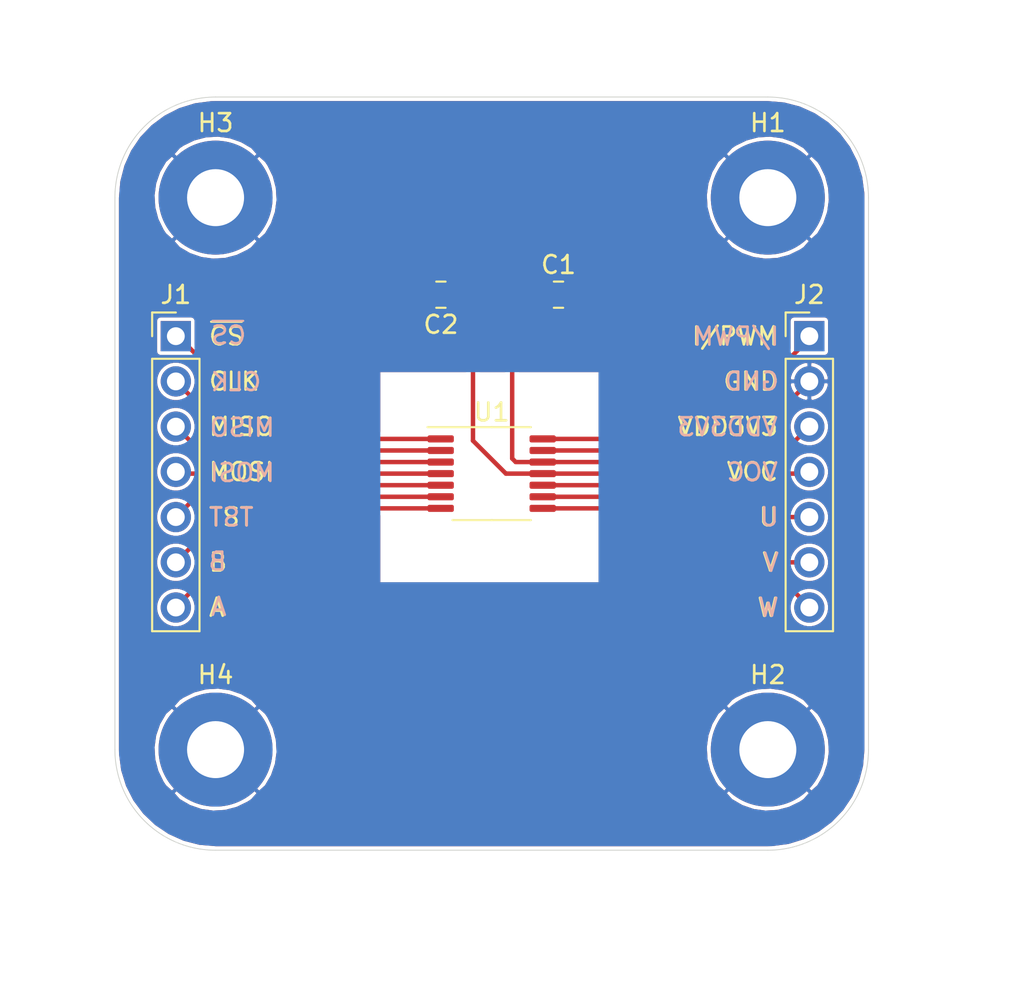
<source format=kicad_pcb>
(kicad_pcb (version 20171130) (host pcbnew "(5.1.10)-1")

  (general
    (thickness 1.6)
    (drawings 38)
    (tracks 44)
    (zones 0)
    (modules 9)
    (nets 15)
  )

  (page A4)
  (layers
    (0 F.Cu signal)
    (31 B.Cu signal)
    (32 B.Adhes user)
    (33 F.Adhes user)
    (34 B.Paste user)
    (35 F.Paste user)
    (36 B.SilkS user)
    (37 F.SilkS user)
    (38 B.Mask user)
    (39 F.Mask user)
    (40 Dwgs.User user)
    (41 Cmts.User user)
    (42 Eco1.User user)
    (43 Eco2.User user)
    (44 Edge.Cuts user)
    (45 Margin user)
    (46 B.CrtYd user)
    (47 F.CrtYd user)
    (48 B.Fab user)
    (49 F.Fab user)
  )

  (setup
    (last_trace_width 0.25)
    (trace_clearance 0.2)
    (zone_clearance 0.2)
    (zone_45_only no)
    (trace_min 0.2)
    (via_size 0.8)
    (via_drill 0.4)
    (via_min_size 0.4)
    (via_min_drill 0.3)
    (uvia_size 0.3)
    (uvia_drill 0.1)
    (uvias_allowed no)
    (uvia_min_size 0.2)
    (uvia_min_drill 0.1)
    (edge_width 0.05)
    (segment_width 0.2)
    (pcb_text_width 0.3)
    (pcb_text_size 1.5 1.5)
    (mod_edge_width 0.12)
    (mod_text_size 1 1)
    (mod_text_width 0.15)
    (pad_size 1.524 1.524)
    (pad_drill 0.762)
    (pad_to_mask_clearance 0)
    (aux_axis_origin 0 0)
    (visible_elements FFFFFF7F)
    (pcbplotparams
      (layerselection 0x010fc_ffffffff)
      (usegerberextensions false)
      (usegerberattributes true)
      (usegerberadvancedattributes true)
      (creategerberjobfile true)
      (excludeedgelayer true)
      (linewidth 0.100000)
      (plotframeref false)
      (viasonmask false)
      (mode 1)
      (useauxorigin false)
      (hpglpennumber 1)
      (hpglpenspeed 20)
      (hpglpendiameter 15.000000)
      (psnegative false)
      (psa4output false)
      (plotreference true)
      (plotvalue true)
      (plotinvisibletext false)
      (padsonsilk false)
      (subtractmaskfromsilk false)
      (outputformat 1)
      (mirror false)
      (drillshape 1)
      (scaleselection 1)
      (outputdirectory ""))
  )

  (net 0 "")
  (net 1 GND)
  (net 2 VCC)
  (net 3 /A)
  (net 4 /B)
  (net 5 /TST)
  (net 6 /MOSI)
  (net 7 /MISO)
  (net 8 /CLK)
  (net 9 /NCS)
  (net 10 /W_PWM)
  (net 11 /V)
  (net 12 /U)
  (net 13 /VDD3V3)
  (net 14 /I_PWM)

  (net_class Default "This is the default net class."
    (clearance 0.2)
    (trace_width 0.25)
    (via_dia 0.8)
    (via_drill 0.4)
    (uvia_dia 0.3)
    (uvia_drill 0.1)
    (add_net /A)
    (add_net /B)
    (add_net /CLK)
    (add_net /I_PWM)
    (add_net /MISO)
    (add_net /MOSI)
    (add_net /NCS)
    (add_net /TST)
    (add_net /U)
    (add_net /V)
    (add_net /VDD3V3)
    (add_net /W_PWM)
    (add_net GND)
    (add_net VCC)
  )

  (module Capacitor_SMD:C_0805_2012Metric_Pad1.18x1.45mm_HandSolder (layer F.Cu) (tedit 5F68FEEF) (tstamp 6185F05A)
    (at 238.4 98 180)
    (descr "Capacitor SMD 0805 (2012 Metric), square (rectangular) end terminal, IPC_7351 nominal with elongated pad for handsoldering. (Body size source: IPC-SM-782 page 76, https://www.pcb-3d.com/wordpress/wp-content/uploads/ipc-sm-782a_amendment_1_and_2.pdf, https://docs.google.com/spreadsheets/d/1BsfQQcO9C6DZCsRaXUlFlo91Tg2WpOkGARC1WS5S8t0/edit?usp=sharing), generated with kicad-footprint-generator")
    (tags "capacitor handsolder")
    (path /6187EE2C)
    (attr smd)
    (fp_text reference C2 (at 0 -1.68) (layer F.SilkS)
      (effects (font (size 1 1) (thickness 0.15)))
    )
    (fp_text value 100nF (at 0 1.68) (layer F.Fab)
      (effects (font (size 1 1) (thickness 0.15)))
    )
    (fp_text user %R (at 0 0) (layer F.Fab)
      (effects (font (size 0.5 0.5) (thickness 0.08)))
    )
    (fp_line (start -1 0.625) (end -1 -0.625) (layer F.Fab) (width 0.1))
    (fp_line (start -1 -0.625) (end 1 -0.625) (layer F.Fab) (width 0.1))
    (fp_line (start 1 -0.625) (end 1 0.625) (layer F.Fab) (width 0.1))
    (fp_line (start 1 0.625) (end -1 0.625) (layer F.Fab) (width 0.1))
    (fp_line (start -0.261252 -0.735) (end 0.261252 -0.735) (layer F.SilkS) (width 0.12))
    (fp_line (start -0.261252 0.735) (end 0.261252 0.735) (layer F.SilkS) (width 0.12))
    (fp_line (start -1.88 0.98) (end -1.88 -0.98) (layer F.CrtYd) (width 0.05))
    (fp_line (start -1.88 -0.98) (end 1.88 -0.98) (layer F.CrtYd) (width 0.05))
    (fp_line (start 1.88 -0.98) (end 1.88 0.98) (layer F.CrtYd) (width 0.05))
    (fp_line (start 1.88 0.98) (end -1.88 0.98) (layer F.CrtYd) (width 0.05))
    (pad 2 smd roundrect (at 1.0375 0 180) (size 1.175 1.45) (layers F.Cu F.Paste F.Mask) (roundrect_rratio 0.212766)
      (net 1 GND))
    (pad 1 smd roundrect (at -1.0375 0 180) (size 1.175 1.45) (layers F.Cu F.Paste F.Mask) (roundrect_rratio 0.212766)
      (net 2 VCC))
    (model ${KISYS3DMOD}/Capacitor_SMD.3dshapes/C_0805_2012Metric.wrl
      (at (xyz 0 0 0))
      (scale (xyz 1 1 1))
      (rotate (xyz 0 0 0))
    )
  )

  (module Capacitor_SMD:C_0805_2012Metric_Pad1.18x1.45mm_HandSolder (layer F.Cu) (tedit 5F68FEEF) (tstamp 6185F049)
    (at 245 98)
    (descr "Capacitor SMD 0805 (2012 Metric), square (rectangular) end terminal, IPC_7351 nominal with elongated pad for handsoldering. (Body size source: IPC-SM-782 page 76, https://www.pcb-3d.com/wordpress/wp-content/uploads/ipc-sm-782a_amendment_1_and_2.pdf, https://docs.google.com/spreadsheets/d/1BsfQQcO9C6DZCsRaXUlFlo91Tg2WpOkGARC1WS5S8t0/edit?usp=sharing), generated with kicad-footprint-generator")
    (tags "capacitor handsolder")
    (path /6187DB03)
    (attr smd)
    (fp_text reference C1 (at 0 -1.68) (layer F.SilkS)
      (effects (font (size 1 1) (thickness 0.15)))
    )
    (fp_text value 1uF (at 0 1.68) (layer F.Fab)
      (effects (font (size 1 1) (thickness 0.15)))
    )
    (fp_text user %R (at 0 0) (layer F.Fab)
      (effects (font (size 0.5 0.5) (thickness 0.08)))
    )
    (fp_line (start -1 0.625) (end -1 -0.625) (layer F.Fab) (width 0.1))
    (fp_line (start -1 -0.625) (end 1 -0.625) (layer F.Fab) (width 0.1))
    (fp_line (start 1 -0.625) (end 1 0.625) (layer F.Fab) (width 0.1))
    (fp_line (start 1 0.625) (end -1 0.625) (layer F.Fab) (width 0.1))
    (fp_line (start -0.261252 -0.735) (end 0.261252 -0.735) (layer F.SilkS) (width 0.12))
    (fp_line (start -0.261252 0.735) (end 0.261252 0.735) (layer F.SilkS) (width 0.12))
    (fp_line (start -1.88 0.98) (end -1.88 -0.98) (layer F.CrtYd) (width 0.05))
    (fp_line (start -1.88 -0.98) (end 1.88 -0.98) (layer F.CrtYd) (width 0.05))
    (fp_line (start 1.88 -0.98) (end 1.88 0.98) (layer F.CrtYd) (width 0.05))
    (fp_line (start 1.88 0.98) (end -1.88 0.98) (layer F.CrtYd) (width 0.05))
    (pad 2 smd roundrect (at 1.0375 0) (size 1.175 1.45) (layers F.Cu F.Paste F.Mask) (roundrect_rratio 0.212766)
      (net 1 GND))
    (pad 1 smd roundrect (at -1.0375 0) (size 1.175 1.45) (layers F.Cu F.Paste F.Mask) (roundrect_rratio 0.212766)
      (net 13 /VDD3V3))
    (model ${KISYS3DMOD}/Capacitor_SMD.3dshapes/C_0805_2012Metric.wrl
      (at (xyz 0 0 0))
      (scale (xyz 1 1 1))
      (rotate (xyz 0 0 0))
    )
  )

  (module Connector_PinHeader_2.54mm:PinHeader_1x07_P2.54mm_Vertical (layer F.Cu) (tedit 59FED5CC) (tstamp 6185E6DC)
    (at 259.08 100.33)
    (descr "Through hole straight pin header, 1x07, 2.54mm pitch, single row")
    (tags "Through hole pin header THT 1x07 2.54mm single row")
    (path /61865D7C)
    (fp_text reference J2 (at 0 -2.33) (layer F.SilkS)
      (effects (font (size 1 1) (thickness 0.15)))
    )
    (fp_text value Conn_01x07_Male (at 0 17.57) (layer F.Fab)
      (effects (font (size 1 1) (thickness 0.15)))
    )
    (fp_text user %R (at 0 7.62 90) (layer F.Fab)
      (effects (font (size 1 1) (thickness 0.15)))
    )
    (fp_line (start -0.635 -1.27) (end 1.27 -1.27) (layer F.Fab) (width 0.1))
    (fp_line (start 1.27 -1.27) (end 1.27 16.51) (layer F.Fab) (width 0.1))
    (fp_line (start 1.27 16.51) (end -1.27 16.51) (layer F.Fab) (width 0.1))
    (fp_line (start -1.27 16.51) (end -1.27 -0.635) (layer F.Fab) (width 0.1))
    (fp_line (start -1.27 -0.635) (end -0.635 -1.27) (layer F.Fab) (width 0.1))
    (fp_line (start -1.33 16.57) (end 1.33 16.57) (layer F.SilkS) (width 0.12))
    (fp_line (start -1.33 1.27) (end -1.33 16.57) (layer F.SilkS) (width 0.12))
    (fp_line (start 1.33 1.27) (end 1.33 16.57) (layer F.SilkS) (width 0.12))
    (fp_line (start -1.33 1.27) (end 1.33 1.27) (layer F.SilkS) (width 0.12))
    (fp_line (start -1.33 0) (end -1.33 -1.33) (layer F.SilkS) (width 0.12))
    (fp_line (start -1.33 -1.33) (end 0 -1.33) (layer F.SilkS) (width 0.12))
    (fp_line (start -1.8 -1.8) (end -1.8 17.05) (layer F.CrtYd) (width 0.05))
    (fp_line (start -1.8 17.05) (end 1.8 17.05) (layer F.CrtYd) (width 0.05))
    (fp_line (start 1.8 17.05) (end 1.8 -1.8) (layer F.CrtYd) (width 0.05))
    (fp_line (start 1.8 -1.8) (end -1.8 -1.8) (layer F.CrtYd) (width 0.05))
    (pad 7 thru_hole oval (at 0 15.24) (size 1.7 1.7) (drill 1) (layers *.Cu *.Mask)
      (net 10 /W_PWM))
    (pad 6 thru_hole oval (at 0 12.7) (size 1.7 1.7) (drill 1) (layers *.Cu *.Mask)
      (net 11 /V))
    (pad 5 thru_hole oval (at 0 10.16) (size 1.7 1.7) (drill 1) (layers *.Cu *.Mask)
      (net 12 /U))
    (pad 4 thru_hole oval (at 0 7.62) (size 1.7 1.7) (drill 1) (layers *.Cu *.Mask)
      (net 2 VCC))
    (pad 3 thru_hole oval (at 0 5.08) (size 1.7 1.7) (drill 1) (layers *.Cu *.Mask)
      (net 13 /VDD3V3))
    (pad 2 thru_hole oval (at 0 2.54) (size 1.7 1.7) (drill 1) (layers *.Cu *.Mask)
      (net 1 GND))
    (pad 1 thru_hole rect (at 0 0) (size 1.7 1.7) (drill 1) (layers *.Cu *.Mask)
      (net 14 /I_PWM))
    (model ${KISYS3DMOD}/Connector_PinHeader_2.54mm.3dshapes/PinHeader_1x07_P2.54mm_Vertical.wrl
      (at (xyz 0 0 0))
      (scale (xyz 1 1 1))
      (rotate (xyz 0 0 0))
    )
  )

  (module Connector_PinHeader_2.54mm:PinHeader_1x07_P2.54mm_Vertical (layer F.Cu) (tedit 59FED5CC) (tstamp 6185E39E)
    (at 223.52 100.33)
    (descr "Through hole straight pin header, 1x07, 2.54mm pitch, single row")
    (tags "Through hole pin header THT 1x07 2.54mm single row")
    (path /6185EC38)
    (fp_text reference J1 (at 0 -2.33) (layer F.SilkS)
      (effects (font (size 1 1) (thickness 0.15)))
    )
    (fp_text value Conn_01x07_Male (at 0 17.57) (layer F.Fab)
      (effects (font (size 1 1) (thickness 0.15)))
    )
    (fp_text user %R (at 0 7.62 90) (layer F.Fab)
      (effects (font (size 1 1) (thickness 0.15)))
    )
    (fp_line (start -0.635 -1.27) (end 1.27 -1.27) (layer F.Fab) (width 0.1))
    (fp_line (start 1.27 -1.27) (end 1.27 16.51) (layer F.Fab) (width 0.1))
    (fp_line (start 1.27 16.51) (end -1.27 16.51) (layer F.Fab) (width 0.1))
    (fp_line (start -1.27 16.51) (end -1.27 -0.635) (layer F.Fab) (width 0.1))
    (fp_line (start -1.27 -0.635) (end -0.635 -1.27) (layer F.Fab) (width 0.1))
    (fp_line (start -1.33 16.57) (end 1.33 16.57) (layer F.SilkS) (width 0.12))
    (fp_line (start -1.33 1.27) (end -1.33 16.57) (layer F.SilkS) (width 0.12))
    (fp_line (start 1.33 1.27) (end 1.33 16.57) (layer F.SilkS) (width 0.12))
    (fp_line (start -1.33 1.27) (end 1.33 1.27) (layer F.SilkS) (width 0.12))
    (fp_line (start -1.33 0) (end -1.33 -1.33) (layer F.SilkS) (width 0.12))
    (fp_line (start -1.33 -1.33) (end 0 -1.33) (layer F.SilkS) (width 0.12))
    (fp_line (start -1.8 -1.8) (end -1.8 17.05) (layer F.CrtYd) (width 0.05))
    (fp_line (start -1.8 17.05) (end 1.8 17.05) (layer F.CrtYd) (width 0.05))
    (fp_line (start 1.8 17.05) (end 1.8 -1.8) (layer F.CrtYd) (width 0.05))
    (fp_line (start 1.8 -1.8) (end -1.8 -1.8) (layer F.CrtYd) (width 0.05))
    (pad 7 thru_hole oval (at 0 15.24) (size 1.7 1.7) (drill 1) (layers *.Cu *.Mask)
      (net 3 /A))
    (pad 6 thru_hole oval (at 0 12.7) (size 1.7 1.7) (drill 1) (layers *.Cu *.Mask)
      (net 4 /B))
    (pad 5 thru_hole oval (at 0 10.16) (size 1.7 1.7) (drill 1) (layers *.Cu *.Mask)
      (net 5 /TST))
    (pad 4 thru_hole oval (at 0 7.62) (size 1.7 1.7) (drill 1) (layers *.Cu *.Mask)
      (net 6 /MOSI))
    (pad 3 thru_hole oval (at 0 5.08) (size 1.7 1.7) (drill 1) (layers *.Cu *.Mask)
      (net 7 /MISO))
    (pad 2 thru_hole oval (at 0 2.54) (size 1.7 1.7) (drill 1) (layers *.Cu *.Mask)
      (net 8 /CLK))
    (pad 1 thru_hole rect (at 0 0) (size 1.7 1.7) (drill 1) (layers *.Cu *.Mask)
      (net 9 /NCS))
    (model ${KISYS3DMOD}/Connector_PinHeader_2.54mm.3dshapes/PinHeader_1x07_P2.54mm_Vertical.wrl
      (at (xyz 0 0 0))
      (scale (xyz 1 1 1))
      (rotate (xyz 0 0 0))
    )
  )

  (module Package_SO:TSSOP-14_4.4x5mm_P0.65mm (layer F.Cu) (tedit 5E476F32) (tstamp 6185E5E5)
    (at 241.25 108.05)
    (descr "TSSOP, 14 Pin (JEDEC MO-153 Var AB-1 https://www.jedec.org/document_search?search_api_views_fulltext=MO-153), generated with kicad-footprint-generator ipc_gullwing_generator.py")
    (tags "TSSOP SO")
    (path /6185856A)
    (attr smd)
    (fp_text reference U1 (at 0 -3.45) (layer F.SilkS)
      (effects (font (size 1 1) (thickness 0.15)))
    )
    (fp_text value AS5047D (at 0 3.45) (layer F.Fab)
      (effects (font (size 1 1) (thickness 0.15)))
    )
    (fp_text user %R (at 0 0) (layer F.Fab)
      (effects (font (size 1 1) (thickness 0.15)))
    )
    (fp_line (start 0 2.61) (end 2.2 2.61) (layer F.SilkS) (width 0.12))
    (fp_line (start 0 2.61) (end -2.2 2.61) (layer F.SilkS) (width 0.12))
    (fp_line (start 0 -2.61) (end 2.2 -2.61) (layer F.SilkS) (width 0.12))
    (fp_line (start 0 -2.61) (end -3.6 -2.61) (layer F.SilkS) (width 0.12))
    (fp_line (start -1.2 -2.5) (end 2.2 -2.5) (layer F.Fab) (width 0.1))
    (fp_line (start 2.2 -2.5) (end 2.2 2.5) (layer F.Fab) (width 0.1))
    (fp_line (start 2.2 2.5) (end -2.2 2.5) (layer F.Fab) (width 0.1))
    (fp_line (start -2.2 2.5) (end -2.2 -1.5) (layer F.Fab) (width 0.1))
    (fp_line (start -2.2 -1.5) (end -1.2 -2.5) (layer F.Fab) (width 0.1))
    (fp_line (start -3.85 -2.75) (end -3.85 2.75) (layer F.CrtYd) (width 0.05))
    (fp_line (start -3.85 2.75) (end 3.85 2.75) (layer F.CrtYd) (width 0.05))
    (fp_line (start 3.85 2.75) (end 3.85 -2.75) (layer F.CrtYd) (width 0.05))
    (fp_line (start 3.85 -2.75) (end -3.85 -2.75) (layer F.CrtYd) (width 0.05))
    (pad 14 smd roundrect (at 2.8625 -1.95) (size 1.475 0.4) (layers F.Cu F.Paste F.Mask) (roundrect_rratio 0.25)
      (net 14 /I_PWM))
    (pad 13 smd roundrect (at 2.8625 -1.3) (size 1.475 0.4) (layers F.Cu F.Paste F.Mask) (roundrect_rratio 0.25)
      (net 1 GND))
    (pad 12 smd roundrect (at 2.8625 -0.65) (size 1.475 0.4) (layers F.Cu F.Paste F.Mask) (roundrect_rratio 0.25)
      (net 13 /VDD3V3))
    (pad 11 smd roundrect (at 2.8625 0) (size 1.475 0.4) (layers F.Cu F.Paste F.Mask) (roundrect_rratio 0.25)
      (net 2 VCC))
    (pad 10 smd roundrect (at 2.8625 0.65) (size 1.475 0.4) (layers F.Cu F.Paste F.Mask) (roundrect_rratio 0.25)
      (net 12 /U))
    (pad 9 smd roundrect (at 2.8625 1.3) (size 1.475 0.4) (layers F.Cu F.Paste F.Mask) (roundrect_rratio 0.25)
      (net 11 /V))
    (pad 8 smd roundrect (at 2.8625 1.95) (size 1.475 0.4) (layers F.Cu F.Paste F.Mask) (roundrect_rratio 0.25)
      (net 10 /W_PWM))
    (pad 7 smd roundrect (at -2.8625 1.95) (size 1.475 0.4) (layers F.Cu F.Paste F.Mask) (roundrect_rratio 0.25)
      (net 3 /A))
    (pad 6 smd roundrect (at -2.8625 1.3) (size 1.475 0.4) (layers F.Cu F.Paste F.Mask) (roundrect_rratio 0.25)
      (net 4 /B))
    (pad 5 smd roundrect (at -2.8625 0.65) (size 1.475 0.4) (layers F.Cu F.Paste F.Mask) (roundrect_rratio 0.25)
      (net 5 /TST))
    (pad 4 smd roundrect (at -2.8625 0) (size 1.475 0.4) (layers F.Cu F.Paste F.Mask) (roundrect_rratio 0.25)
      (net 6 /MOSI))
    (pad 3 smd roundrect (at -2.8625 -0.65) (size 1.475 0.4) (layers F.Cu F.Paste F.Mask) (roundrect_rratio 0.25)
      (net 7 /MISO))
    (pad 2 smd roundrect (at -2.8625 -1.3) (size 1.475 0.4) (layers F.Cu F.Paste F.Mask) (roundrect_rratio 0.25)
      (net 8 /CLK))
    (pad 1 smd roundrect (at -2.8625 -1.95) (size 1.475 0.4) (layers F.Cu F.Paste F.Mask) (roundrect_rratio 0.25)
      (net 9 /NCS))
    (model ${KISYS3DMOD}/Package_SO.3dshapes/TSSOP-14_4.4x5mm_P0.65mm.wrl
      (at (xyz 0 0 0))
      (scale (xyz 1 1 1))
      (rotate (xyz 0 0 0))
    )
  )

  (module MountingHole:MountingHole_3.2mm_M3_Pad (layer F.Cu) (tedit 56D1B4CB) (tstamp 6185E22C)
    (at 225.75 123.55)
    (descr "Mounting Hole 3.2mm, M3")
    (tags "mounting hole 3.2mm m3")
    (path /6185A774)
    (attr virtual)
    (fp_text reference H4 (at 0 -4.2) (layer F.SilkS)
      (effects (font (size 1 1) (thickness 0.15)))
    )
    (fp_text value MountingHole_Pad (at 0 4.2) (layer F.Fab)
      (effects (font (size 1 1) (thickness 0.15)))
    )
    (fp_text user %R (at 0.3 0) (layer F.Fab)
      (effects (font (size 1 1) (thickness 0.15)))
    )
    (fp_circle (center 0 0) (end 3.2 0) (layer Cmts.User) (width 0.15))
    (fp_circle (center 0 0) (end 3.45 0) (layer F.CrtYd) (width 0.05))
    (pad 1 thru_hole circle (at 0 0) (size 6.4 6.4) (drill 3.2) (layers *.Cu *.Mask)
      (net 1 GND))
  )

  (module MountingHole:MountingHole_3.2mm_M3_Pad (layer F.Cu) (tedit 56D1B4CB) (tstamp 6185E224)
    (at 225.75 92.55)
    (descr "Mounting Hole 3.2mm, M3")
    (tags "mounting hole 3.2mm m3")
    (path /6185BA4F)
    (attr virtual)
    (fp_text reference H3 (at 0 -4.2) (layer F.SilkS)
      (effects (font (size 1 1) (thickness 0.15)))
    )
    (fp_text value MountingHole_Pad (at 0 4.2) (layer F.Fab)
      (effects (font (size 1 1) (thickness 0.15)))
    )
    (fp_text user %R (at 0.3 0) (layer F.Fab)
      (effects (font (size 1 1) (thickness 0.15)))
    )
    (fp_circle (center 0 0) (end 3.2 0) (layer Cmts.User) (width 0.15))
    (fp_circle (center 0 0) (end 3.45 0) (layer F.CrtYd) (width 0.05))
    (pad 1 thru_hole circle (at 0 0) (size 6.4 6.4) (drill 3.2) (layers *.Cu *.Mask)
      (net 1 GND))
  )

  (module MountingHole:MountingHole_3.2mm_M3_Pad (layer F.Cu) (tedit 56D1B4CB) (tstamp 6185E21C)
    (at 256.75 123.55)
    (descr "Mounting Hole 3.2mm, M3")
    (tags "mounting hole 3.2mm m3")
    (path /6185BD86)
    (attr virtual)
    (fp_text reference H2 (at 0 -4.2) (layer F.SilkS)
      (effects (font (size 1 1) (thickness 0.15)))
    )
    (fp_text value MountingHole_Pad (at 0 4.2) (layer F.Fab)
      (effects (font (size 1 1) (thickness 0.15)))
    )
    (fp_text user %R (at 0.3 0) (layer F.Fab)
      (effects (font (size 1 1) (thickness 0.15)))
    )
    (fp_circle (center 0 0) (end 3.2 0) (layer Cmts.User) (width 0.15))
    (fp_circle (center 0 0) (end 3.45 0) (layer F.CrtYd) (width 0.05))
    (pad 1 thru_hole circle (at 0 0) (size 6.4 6.4) (drill 3.2) (layers *.Cu *.Mask)
      (net 1 GND))
  )

  (module MountingHole:MountingHole_3.2mm_M3_Pad (layer F.Cu) (tedit 56D1B4CB) (tstamp 6185E214)
    (at 256.75 92.55)
    (descr "Mounting Hole 3.2mm, M3")
    (tags "mounting hole 3.2mm m3")
    (path /6185BF5F)
    (attr virtual)
    (fp_text reference H1 (at 0 -4.2) (layer F.SilkS)
      (effects (font (size 1 1) (thickness 0.15)))
    )
    (fp_text value MountingHole_Pad (at 0 4.2) (layer F.Fab)
      (effects (font (size 1 1) (thickness 0.15)))
    )
    (fp_text user %R (at 0.3 0) (layer F.Fab)
      (effects (font (size 1 1) (thickness 0.15)))
    )
    (fp_circle (center 0 0) (end 3.2 0) (layer Cmts.User) (width 0.15))
    (fp_circle (center 0 0) (end 3.45 0) (layer F.CrtYd) (width 0.05))
    (pad 1 thru_hole circle (at 0 0) (size 6.4 6.4) (drill 3.2) (layers *.Cu *.Mask)
      (net 1 GND))
  )

  (gr_text U (at 256.211677 110.482477) (layer B.SilkS) (tstamp 6185EE77)
    (effects (font (size 1 1) (thickness 0.15)) (justify right mirror))
  )
  (gr_text W (at 256.117552 115.567067) (layer B.SilkS) (tstamp 6185EE7A)
    (effects (font (size 1 1) (thickness 0.15)) (justify right mirror))
  )
  (gr_text V (at 256.407108 113.040727) (layer B.SilkS) (tstamp 6185EE7D)
    (effects (font (size 1 1) (thickness 0.15)) (justify right mirror))
  )
  (gr_text I/PWM (at 252.462413 100.345238) (layer B.SilkS) (tstamp 6185EE83)
    (effects (font (size 1 1) (thickness 0.15)) (justify right mirror))
  )
  (gr_text GND (at 254.222173 102.868295) (layer B.SilkS) (tstamp 6185EE80)
    (effects (font (size 1 1) (thickness 0.15)) (justify right mirror))
  )
  (gr_text VCC (at 254.35045 107.964116) (layer B.SilkS) (tstamp 6185EE71)
    (effects (font (size 1 1) (thickness 0.15)) (justify right mirror))
  )
  (gr_text VDD3V3 (at 251.581505 105.431372) (layer B.SilkS) (tstamp 6185EE74)
    (effects (font (size 1 1) (thickness 0.15)) (justify right mirror))
  )
  (gr_text W (at 257.41 115.57) (layer F.SilkS)
    (effects (font (size 1 1) (thickness 0.15)) (justify right))
  )
  (gr_text V (at 257.41 113.03) (layer F.SilkS)
    (effects (font (size 1 1) (thickness 0.15)) (justify right))
  )
  (gr_text U (at 257.41 110.49) (layer F.SilkS)
    (effects (font (size 1 1) (thickness 0.15)) (justify right))
  )
  (gr_text VCC (at 257.41 107.95) (layer F.SilkS)
    (effects (font (size 1 1) (thickness 0.15)) (justify right))
  )
  (gr_text VDD3V3 (at 257.41 105.41) (layer F.SilkS)
    (effects (font (size 1 1) (thickness 0.15)) (justify right))
  )
  (gr_text GND (at 257.41 102.87) (layer F.SilkS)
    (effects (font (size 1 1) (thickness 0.15)) (justify right))
  )
  (gr_text I/PWM (at 257.41 100.33) (layer F.SilkS)
    (effects (font (size 1 1) (thickness 0.15)) (justify right))
  )
  (gr_text CS (at 225.407619 100.28) (layer B.SilkS) (tstamp 6185ED6C)
    (effects (font (size 1 1) (thickness 0.15)) (justify right mirror))
  )
  (gr_text MOSI (at 225.340952 108) (layer B.SilkS) (tstamp 6185ED60)
    (effects (font (size 1 1) (thickness 0.15)) (justify right mirror))
  )
  (gr_text TST (at 225.3 110.5) (layer B.SilkS) (tstamp 6185ED6F)
    (effects (font (size 1 1) (thickness 0.15)) (justify right mirror))
  )
  (gr_text B (at 225.26 112.98) (layer B.SilkS) (tstamp 6185ED72)
    (effects (font (size 1 1) (thickness 0.15)) (justify right mirror))
  )
  (gr_text A (at 225.402857 115.52) (layer B.SilkS) (tstamp 6185ED63)
    (effects (font (size 1 1) (thickness 0.15)) (justify right mirror))
  )
  (gr_text MISO (at 225.340952 105.46) (layer B.SilkS) (tstamp 6185ED66)
    (effects (font (size 1 1) (thickness 0.15)) (justify right mirror))
  )
  (gr_text CLK (at 225.4 102.9) (layer B.SilkS) (tstamp 6185ED99)
    (effects (font (size 1 1) (thickness 0.15)) (justify right mirror))
  )
  (gr_line (start 227.303453 99.468465) (end 225.576425 99.468465) (layer B.SilkS) (width 0.12) (tstamp 6185ED75))
  (gr_line (start 225.496547 99.518465) (end 227.223575 99.518465) (layer F.SilkS) (width 0.12))
  (gr_text A (at 225.29 115.57) (layer F.SilkS)
    (effects (font (size 1 1) (thickness 0.15)) (justify left))
  )
  (gr_text B (at 225.29 113.03) (layer F.SilkS)
    (effects (font (size 1 1) (thickness 0.15)) (justify left))
  )
  (gr_text TST (at 225.29 110.49) (layer F.SilkS)
    (effects (font (size 1 1) (thickness 0.15)) (justify left))
  )
  (gr_text MOSI (at 225.29 107.95) (layer F.SilkS)
    (effects (font (size 1 1) (thickness 0.15)) (justify left))
  )
  (gr_text MISO (at 225.29 105.41) (layer F.SilkS)
    (effects (font (size 1 1) (thickness 0.15)) (justify left))
  )
  (gr_text CLK (at 225.29 102.87) (layer F.SilkS)
    (effects (font (size 1 1) (thickness 0.15)) (justify left))
  )
  (gr_text CS (at 225.29 100.33) (layer F.SilkS)
    (effects (font (size 1 1) (thickness 0.15)) (justify left))
  )
  (gr_arc (start 256.75 92.55) (end 262.4 92.55) (angle -90) (layer Edge.Cuts) (width 0.05) (tstamp 6185E867))
  (gr_arc (start 256.75 123.55) (end 256.75 129.2) (angle -90) (layer Edge.Cuts) (width 0.05) (tstamp 6185E867))
  (gr_arc (start 225.75 123.55) (end 220.1 123.55) (angle -90) (layer Edge.Cuts) (width 0.05) (tstamp 6185E867))
  (gr_arc (start 225.75 92.55) (end 225.75 86.9) (angle -90) (layer Edge.Cuts) (width 0.05))
  (gr_line (start 220.1 123.55) (end 220.1 92.55) (layer Edge.Cuts) (width 0.05) (tstamp 6185E4E6))
  (gr_line (start 256.75 129.2) (end 225.75 129.2) (layer Edge.Cuts) (width 0.05))
  (gr_line (start 262.4 92.55) (end 262.4 123.55) (layer Edge.Cuts) (width 0.05))
  (gr_line (start 225.75 86.9) (end 256.75 86.9) (layer Edge.Cuts) (width 0.05))

  (segment (start 244.1125 106.75) (end 255.2 106.75) (width 0.25) (layer F.Cu) (net 1))
  (segment (start 255.2 106.75) (end 259.08 102.87) (width 0.25) (layer F.Cu) (net 1))
  (segment (start 258.98 108.05) (end 259.08 107.95) (width 0.25) (layer F.Cu) (net 2))
  (segment (start 244.1125 108.05) (end 258.98 108.05) (width 0.25) (layer F.Cu) (net 2))
  (segment (start 244.1125 108.05) (end 242.05 108.05) (width 0.25) (layer F.Cu) (net 2))
  (segment (start 242.05 108.05) (end 240.2 106.2) (width 0.25) (layer F.Cu) (net 2))
  (segment (start 240.2 106.2) (end 240.2 101.4) (width 0.25) (layer F.Cu) (net 2))
  (segment (start 239.4375 100.6375) (end 239.4375 98) (width 0.25) (layer F.Cu) (net 2))
  (segment (start 240.2 101.4) (end 239.4375 100.6375) (width 0.25) (layer F.Cu) (net 2))
  (segment (start 223.52 115.53) (end 223.52 115.57) (width 0.25) (layer F.Cu) (net 3))
  (segment (start 229.05 110) (end 223.52 115.53) (width 0.25) (layer F.Cu) (net 3))
  (segment (start 238.3875 110) (end 229.05 110) (width 0.25) (layer F.Cu) (net 3))
  (segment (start 238.3875 109.35) (end 227.2 109.35) (width 0.25) (layer F.Cu) (net 4))
  (segment (start 227.2 109.35) (end 223.52 113.03) (width 0.25) (layer F.Cu) (net 4))
  (segment (start 238.3875 108.7) (end 225.31 108.7) (width 0.25) (layer F.Cu) (net 5))
  (segment (start 225.31 108.7) (end 223.52 110.49) (width 0.25) (layer F.Cu) (net 5))
  (segment (start 223.62 108.05) (end 223.52 107.95) (width 0.25) (layer F.Cu) (net 6))
  (segment (start 238.3875 108.05) (end 223.62 108.05) (width 0.25) (layer F.Cu) (net 6))
  (segment (start 238.3875 107.4) (end 225.51 107.4) (width 0.25) (layer F.Cu) (net 7))
  (segment (start 225.51 107.4) (end 223.52 105.41) (width 0.25) (layer F.Cu) (net 7))
  (segment (start 223.52 102.87) (end 227.4 106.75) (width 0.25) (layer F.Cu) (net 8))
  (segment (start 227.4 106.75) (end 238.3875 106.75) (width 0.25) (layer F.Cu) (net 8))
  (segment (start 223.63 100.33) (end 223.52 100.33) (width 0.25) (layer F.Cu) (net 9))
  (segment (start 229.4 106.1) (end 223.63 100.33) (width 0.25) (layer F.Cu) (net 9))
  (segment (start 238.3875 106.1) (end 229.4 106.1) (width 0.25) (layer F.Cu) (net 9))
  (segment (start 259.08 115.53) (end 253.55 110) (width 0.25) (layer F.Cu) (net 10))
  (segment (start 259.08 115.57) (end 259.08 115.53) (width 0.25) (layer F.Cu) (net 10))
  (segment (start 253.55 110) (end 244.1125 110) (width 0.25) (layer F.Cu) (net 10))
  (segment (start 244.1125 109.35) (end 254.197919 109.35) (width 0.25) (layer F.Cu) (net 11))
  (segment (start 254.197919 109.35) (end 257.877919 113.03) (width 0.25) (layer F.Cu) (net 11))
  (segment (start 257.877919 113.03) (end 259.08 113.03) (width 0.25) (layer F.Cu) (net 11))
  (segment (start 244.1125 108.7) (end 254.623 108.7) (width 0.25) (layer F.Cu) (net 12))
  (segment (start 256.413 110.49) (end 259.08 110.49) (width 0.25) (layer F.Cu) (net 12))
  (segment (start 254.623 108.7) (end 256.413 110.49) (width 0.25) (layer F.Cu) (net 12))
  (segment (start 244.1125 107.4) (end 257.09 107.4) (width 0.25) (layer F.Cu) (net 13))
  (segment (start 257.09 107.4) (end 259.08 105.41) (width 0.25) (layer F.Cu) (net 13))
  (segment (start 243.9625 98) (end 243.9625 100.0375) (width 0.25) (layer F.Cu) (net 13))
  (segment (start 243.9625 100.0375) (end 242.4 101.6) (width 0.25) (layer F.Cu) (net 13))
  (segment (start 242.4 101.6) (end 242.4 107.2) (width 0.25) (layer F.Cu) (net 13))
  (segment (start 242.6 107.4) (end 244.1125 107.4) (width 0.25) (layer F.Cu) (net 13))
  (segment (start 242.4 107.2) (end 242.6 107.4) (width 0.25) (layer F.Cu) (net 13))
  (segment (start 259.08 100.47) (end 259.08 100.33) (width 0.25) (layer F.Cu) (net 14))
  (segment (start 244.1125 106.1) (end 253.45 106.1) (width 0.25) (layer F.Cu) (net 14))
  (segment (start 253.45 106.1) (end 259.08 100.47) (width 0.25) (layer F.Cu) (net 14))

  (zone (net 1) (net_name GND) (layer F.Cu) (tstamp 0) (hatch edge 0.508)
    (connect_pads (clearance 0.2))
    (min_thickness 0.2)
    (fill yes (arc_segments 32) (thermal_gap 0.21) (thermal_bridge_width 0.21))
    (polygon
      (pts
        (xy 266.9 136.4) (xy 213.95 134.7) (xy 213.65 81.9) (xy 270.6 81.45)
      )
    )
    (filled_polygon
      (pts
        (xy 257.647007 87.302279) (xy 258.518368 87.528441) (xy 259.339171 87.898185) (xy 260.085933 88.400935) (xy 260.737316 89.022324)
        (xy 261.274685 89.744574) (xy 261.682682 90.547043) (xy 261.94964 91.40679) (xy 262.069233 92.309097) (xy 262.075 92.553838)
        (xy 262.075001 123.536228) (xy 261.997721 124.447005) (xy 261.771559 125.31837) (xy 261.401815 126.139171) (xy 260.899065 126.885933)
        (xy 260.27768 127.537313) (xy 259.555426 128.074685) (xy 258.752952 128.482685) (xy 257.89321 128.74964) (xy 256.990904 128.869233)
        (xy 256.746162 128.875) (xy 225.76376 128.875) (xy 224.852995 128.797721) (xy 223.98163 128.571559) (xy 223.160829 128.201815)
        (xy 222.414067 127.699065) (xy 221.762687 127.07768) (xy 221.225315 126.355426) (xy 221.040888 125.992686) (xy 223.314386 125.992686)
        (xy 223.680939 126.406325) (xy 224.277937 126.755096) (xy 224.931505 126.980696) (xy 225.616527 127.074457) (xy 226.306679 127.032775)
        (xy 226.975438 126.857251) (xy 227.597104 126.554632) (xy 227.819061 126.406325) (xy 228.185614 125.992686) (xy 254.314386 125.992686)
        (xy 254.680939 126.406325) (xy 255.277937 126.755096) (xy 255.931505 126.980696) (xy 256.616527 127.074457) (xy 257.306679 127.032775)
        (xy 257.975438 126.857251) (xy 258.597104 126.554632) (xy 258.819061 126.406325) (xy 259.185614 125.992686) (xy 256.75 123.557071)
        (xy 254.314386 125.992686) (xy 228.185614 125.992686) (xy 225.75 123.557071) (xy 223.314386 125.992686) (xy 221.040888 125.992686)
        (xy 220.817315 125.552952) (xy 220.55036 124.69321) (xy 220.430767 123.790904) (xy 220.425 123.546162) (xy 220.425 123.416527)
        (xy 222.225543 123.416527) (xy 222.267225 124.106679) (xy 222.442749 124.775438) (xy 222.745368 125.397104) (xy 222.893675 125.619061)
        (xy 223.307314 125.985614) (xy 225.742929 123.55) (xy 225.757071 123.55) (xy 228.192686 125.985614) (xy 228.606325 125.619061)
        (xy 228.955096 125.022063) (xy 229.180696 124.368495) (xy 229.274457 123.683473) (xy 229.258335 123.416527) (xy 253.225543 123.416527)
        (xy 253.267225 124.106679) (xy 253.442749 124.775438) (xy 253.745368 125.397104) (xy 253.893675 125.619061) (xy 254.307314 125.985614)
        (xy 256.742929 123.55) (xy 256.757071 123.55) (xy 259.192686 125.985614) (xy 259.606325 125.619061) (xy 259.955096 125.022063)
        (xy 260.180696 124.368495) (xy 260.274457 123.683473) (xy 260.232775 122.993321) (xy 260.057251 122.324562) (xy 259.754632 121.702896)
        (xy 259.606325 121.480939) (xy 259.192686 121.114386) (xy 256.757071 123.55) (xy 256.742929 123.55) (xy 254.307314 121.114386)
        (xy 253.893675 121.480939) (xy 253.544904 122.077937) (xy 253.319304 122.731505) (xy 253.225543 123.416527) (xy 229.258335 123.416527)
        (xy 229.232775 122.993321) (xy 229.057251 122.324562) (xy 228.754632 121.702896) (xy 228.606325 121.480939) (xy 228.192686 121.114386)
        (xy 225.757071 123.55) (xy 225.742929 123.55) (xy 223.307314 121.114386) (xy 222.893675 121.480939) (xy 222.544904 122.077937)
        (xy 222.319304 122.731505) (xy 222.225543 123.416527) (xy 220.425 123.416527) (xy 220.425 121.107314) (xy 223.314386 121.107314)
        (xy 225.75 123.542929) (xy 228.185614 121.107314) (xy 254.314386 121.107314) (xy 256.75 123.542929) (xy 259.185614 121.107314)
        (xy 258.819061 120.693675) (xy 258.222063 120.344904) (xy 257.568495 120.119304) (xy 256.883473 120.025543) (xy 256.193321 120.067225)
        (xy 255.524562 120.242749) (xy 254.902896 120.545368) (xy 254.680939 120.693675) (xy 254.314386 121.107314) (xy 228.185614 121.107314)
        (xy 227.819061 120.693675) (xy 227.222063 120.344904) (xy 226.568495 120.119304) (xy 225.883473 120.025543) (xy 225.193321 120.067225)
        (xy 224.524562 120.242749) (xy 223.902896 120.545368) (xy 223.680939 120.693675) (xy 223.314386 121.107314) (xy 220.425 121.107314)
        (xy 220.425 99.48) (xy 222.368549 99.48) (xy 222.368549 101.18) (xy 222.374341 101.23881) (xy 222.391496 101.29536)
        (xy 222.419353 101.347477) (xy 222.456842 101.393158) (xy 222.502523 101.430647) (xy 222.55464 101.458504) (xy 222.61119 101.475659)
        (xy 222.67 101.481451) (xy 224.180411 101.481451) (xy 229.023959 106.325) (xy 227.57604 106.325) (xy 224.576212 103.325172)
        (xy 224.625806 103.205443) (xy 224.67 102.983265) (xy 224.67 102.756735) (xy 224.625806 102.534557) (xy 224.539116 102.325271)
        (xy 224.413263 102.136918) (xy 224.253082 101.976737) (xy 224.064729 101.850884) (xy 223.855443 101.764194) (xy 223.633265 101.72)
        (xy 223.406735 101.72) (xy 223.184557 101.764194) (xy 222.975271 101.850884) (xy 222.786918 101.976737) (xy 222.626737 102.136918)
        (xy 222.500884 102.325271) (xy 222.414194 102.534557) (xy 222.37 102.756735) (xy 222.37 102.983265) (xy 222.414194 103.205443)
        (xy 222.500884 103.414729) (xy 222.626737 103.603082) (xy 222.786918 103.763263) (xy 222.975271 103.889116) (xy 223.184557 103.975806)
        (xy 223.406735 104.02) (xy 223.633265 104.02) (xy 223.855443 103.975806) (xy 223.975172 103.926212) (xy 227.02396 106.975)
        (xy 225.686041 106.975) (xy 224.576212 105.865172) (xy 224.625806 105.745443) (xy 224.67 105.523265) (xy 224.67 105.296735)
        (xy 224.625806 105.074557) (xy 224.539116 104.865271) (xy 224.413263 104.676918) (xy 224.253082 104.516737) (xy 224.064729 104.390884)
        (xy 223.855443 104.304194) (xy 223.633265 104.26) (xy 223.406735 104.26) (xy 223.184557 104.304194) (xy 222.975271 104.390884)
        (xy 222.786918 104.516737) (xy 222.626737 104.676918) (xy 222.500884 104.865271) (xy 222.414194 105.074557) (xy 222.37 105.296735)
        (xy 222.37 105.523265) (xy 222.414194 105.745443) (xy 222.500884 105.954729) (xy 222.626737 106.143082) (xy 222.786918 106.303263)
        (xy 222.975271 106.429116) (xy 223.184557 106.515806) (xy 223.406735 106.56) (xy 223.633265 106.56) (xy 223.855443 106.515806)
        (xy 223.975172 106.466212) (xy 225.133959 107.625) (xy 224.627883 107.625) (xy 224.625806 107.614557) (xy 224.539116 107.405271)
        (xy 224.413263 107.216918) (xy 224.253082 107.056737) (xy 224.064729 106.930884) (xy 223.855443 106.844194) (xy 223.633265 106.8)
        (xy 223.406735 106.8) (xy 223.184557 106.844194) (xy 222.975271 106.930884) (xy 222.786918 107.056737) (xy 222.626737 107.216918)
        (xy 222.500884 107.405271) (xy 222.414194 107.614557) (xy 222.37 107.836735) (xy 222.37 108.063265) (xy 222.414194 108.285443)
        (xy 222.500884 108.494729) (xy 222.626737 108.683082) (xy 222.786918 108.843263) (xy 222.975271 108.969116) (xy 223.184557 109.055806)
        (xy 223.406735 109.1) (xy 223.633265 109.1) (xy 223.855443 109.055806) (xy 224.064729 108.969116) (xy 224.253082 108.843263)
        (xy 224.413263 108.683082) (xy 224.539116 108.494729) (xy 224.547288 108.475) (xy 224.933959 108.475) (xy 223.975172 109.433788)
        (xy 223.855443 109.384194) (xy 223.633265 109.34) (xy 223.406735 109.34) (xy 223.184557 109.384194) (xy 222.975271 109.470884)
        (xy 222.786918 109.596737) (xy 222.626737 109.756918) (xy 222.500884 109.945271) (xy 222.414194 110.154557) (xy 222.37 110.376735)
        (xy 222.37 110.603265) (xy 222.414194 110.825443) (xy 222.500884 111.034729) (xy 222.626737 111.223082) (xy 222.786918 111.383263)
        (xy 222.975271 111.509116) (xy 223.184557 111.595806) (xy 223.406735 111.64) (xy 223.633265 111.64) (xy 223.855443 111.595806)
        (xy 224.064729 111.509116) (xy 224.253082 111.383263) (xy 224.413263 111.223082) (xy 224.539116 111.034729) (xy 224.625806 110.825443)
        (xy 224.67 110.603265) (xy 224.67 110.376735) (xy 224.625806 110.154557) (xy 224.576212 110.034828) (xy 225.486041 109.125)
        (xy 226.823959 109.125) (xy 223.975172 111.973788) (xy 223.855443 111.924194) (xy 223.633265 111.88) (xy 223.406735 111.88)
        (xy 223.184557 111.924194) (xy 222.975271 112.010884) (xy 222.786918 112.136737) (xy 222.626737 112.296918) (xy 222.500884 112.485271)
        (xy 222.414194 112.694557) (xy 222.37 112.916735) (xy 222.37 113.143265) (xy 222.414194 113.365443) (xy 222.500884 113.574729)
        (xy 222.626737 113.763082) (xy 222.786918 113.923263) (xy 222.975271 114.049116) (xy 223.184557 114.135806) (xy 223.406735 114.18)
        (xy 223.633265 114.18) (xy 223.855443 114.135806) (xy 224.064729 114.049116) (xy 224.253082 113.923263) (xy 224.413263 113.763082)
        (xy 224.539116 113.574729) (xy 224.625806 113.365443) (xy 224.67 113.143265) (xy 224.67 112.916735) (xy 224.625806 112.694557)
        (xy 224.576212 112.574828) (xy 227.376041 109.775) (xy 228.673959 109.775) (xy 223.946888 114.502072) (xy 223.855443 114.464194)
        (xy 223.633265 114.42) (xy 223.406735 114.42) (xy 223.184557 114.464194) (xy 222.975271 114.550884) (xy 222.786918 114.676737)
        (xy 222.626737 114.836918) (xy 222.500884 115.025271) (xy 222.414194 115.234557) (xy 222.37 115.456735) (xy 222.37 115.683265)
        (xy 222.414194 115.905443) (xy 222.500884 116.114729) (xy 222.626737 116.303082) (xy 222.786918 116.463263) (xy 222.975271 116.589116)
        (xy 223.184557 116.675806) (xy 223.406735 116.72) (xy 223.633265 116.72) (xy 223.855443 116.675806) (xy 224.064729 116.589116)
        (xy 224.253082 116.463263) (xy 224.413263 116.303082) (xy 224.539116 116.114729) (xy 224.625806 115.905443) (xy 224.67 115.683265)
        (xy 224.67 115.456735) (xy 224.625806 115.234557) (xy 224.564496 115.086544) (xy 229.226041 110.425) (xy 234.897665 110.425)
        (xy 234.897665 114.15) (xy 234.899586 114.169509) (xy 234.905277 114.188268) (xy 234.914518 114.205557) (xy 234.926954 114.220711)
        (xy 234.942108 114.233147) (xy 234.959397 114.242388) (xy 234.978156 114.248079) (xy 234.997665 114.25) (xy 247.247665 114.25)
        (xy 247.267174 114.248079) (xy 247.285933 114.242388) (xy 247.303222 114.233147) (xy 247.318376 114.220711) (xy 247.330812 114.205557)
        (xy 247.340053 114.188268) (xy 247.345744 114.169509) (xy 247.347665 114.15) (xy 247.347665 110.425) (xy 253.37396 110.425)
        (xy 258.035503 115.086544) (xy 257.974194 115.234557) (xy 257.93 115.456735) (xy 257.93 115.683265) (xy 257.974194 115.905443)
        (xy 258.060884 116.114729) (xy 258.186737 116.303082) (xy 258.346918 116.463263) (xy 258.535271 116.589116) (xy 258.744557 116.675806)
        (xy 258.966735 116.72) (xy 259.193265 116.72) (xy 259.415443 116.675806) (xy 259.624729 116.589116) (xy 259.813082 116.463263)
        (xy 259.973263 116.303082) (xy 260.099116 116.114729) (xy 260.185806 115.905443) (xy 260.23 115.683265) (xy 260.23 115.456735)
        (xy 260.185806 115.234557) (xy 260.099116 115.025271) (xy 259.973263 114.836918) (xy 259.813082 114.676737) (xy 259.624729 114.550884)
        (xy 259.415443 114.464194) (xy 259.193265 114.42) (xy 258.966735 114.42) (xy 258.744557 114.464194) (xy 258.653113 114.502072)
        (xy 253.92604 109.775) (xy 254.021879 109.775) (xy 257.56264 113.315762) (xy 257.575945 113.331974) (xy 257.640659 113.385084)
        (xy 257.714492 113.424548) (xy 257.770302 113.441478) (xy 257.794604 113.44885) (xy 257.802246 113.449603) (xy 257.857045 113.455)
        (xy 257.857052 113.455) (xy 257.877919 113.457055) (xy 257.898786 113.455) (xy 258.01129 113.455) (xy 258.060884 113.574729)
        (xy 258.186737 113.763082) (xy 258.346918 113.923263) (xy 258.535271 114.049116) (xy 258.744557 114.135806) (xy 258.966735 114.18)
        (xy 259.193265 114.18) (xy 259.415443 114.135806) (xy 259.624729 114.049116) (xy 259.813082 113.923263) (xy 259.973263 113.763082)
        (xy 260.099116 113.574729) (xy 260.185806 113.365443) (xy 260.23 113.143265) (xy 260.23 112.916735) (xy 260.185806 112.694557)
        (xy 260.099116 112.485271) (xy 259.973263 112.296918) (xy 259.813082 112.136737) (xy 259.624729 112.010884) (xy 259.415443 111.924194)
        (xy 259.193265 111.88) (xy 258.966735 111.88) (xy 258.744557 111.924194) (xy 258.535271 112.010884) (xy 258.346918 112.136737)
        (xy 258.186737 112.296918) (xy 258.060884 112.485271) (xy 258.023788 112.574828) (xy 256.360882 110.911923) (xy 256.392126 110.915)
        (xy 256.392132 110.915) (xy 256.412999 110.917055) (xy 256.433866 110.915) (xy 258.01129 110.915) (xy 258.060884 111.034729)
        (xy 258.186737 111.223082) (xy 258.346918 111.383263) (xy 258.535271 111.509116) (xy 258.744557 111.595806) (xy 258.966735 111.64)
        (xy 259.193265 111.64) (xy 259.415443 111.595806) (xy 259.624729 111.509116) (xy 259.813082 111.383263) (xy 259.973263 111.223082)
        (xy 260.099116 111.034729) (xy 260.185806 110.825443) (xy 260.23 110.603265) (xy 260.23 110.376735) (xy 260.185806 110.154557)
        (xy 260.099116 109.945271) (xy 259.973263 109.756918) (xy 259.813082 109.596737) (xy 259.624729 109.470884) (xy 259.415443 109.384194)
        (xy 259.193265 109.34) (xy 258.966735 109.34) (xy 258.744557 109.384194) (xy 258.535271 109.470884) (xy 258.346918 109.596737)
        (xy 258.186737 109.756918) (xy 258.060884 109.945271) (xy 258.01129 110.065) (xy 256.589041 110.065) (xy 254.99904 108.475)
        (xy 258.052712 108.475) (xy 258.060884 108.494729) (xy 258.186737 108.683082) (xy 258.346918 108.843263) (xy 258.535271 108.969116)
        (xy 258.744557 109.055806) (xy 258.966735 109.1) (xy 259.193265 109.1) (xy 259.415443 109.055806) (xy 259.624729 108.969116)
        (xy 259.813082 108.843263) (xy 259.973263 108.683082) (xy 260.099116 108.494729) (xy 260.185806 108.285443) (xy 260.23 108.063265)
        (xy 260.23 107.836735) (xy 260.185806 107.614557) (xy 260.099116 107.405271) (xy 259.973263 107.216918) (xy 259.813082 107.056737)
        (xy 259.624729 106.930884) (xy 259.415443 106.844194) (xy 259.193265 106.8) (xy 258.966735 106.8) (xy 258.744557 106.844194)
        (xy 258.535271 106.930884) (xy 258.346918 107.056737) (xy 258.186737 107.216918) (xy 258.060884 107.405271) (xy 257.974194 107.614557)
        (xy 257.972117 107.625) (xy 257.46604 107.625) (xy 258.624828 106.466212) (xy 258.744557 106.515806) (xy 258.966735 106.56)
        (xy 259.193265 106.56) (xy 259.415443 106.515806) (xy 259.624729 106.429116) (xy 259.813082 106.303263) (xy 259.973263 106.143082)
        (xy 260.099116 105.954729) (xy 260.185806 105.745443) (xy 260.23 105.523265) (xy 260.23 105.296735) (xy 260.185806 105.074557)
        (xy 260.099116 104.865271) (xy 259.973263 104.676918) (xy 259.813082 104.516737) (xy 259.624729 104.390884) (xy 259.415443 104.304194)
        (xy 259.193265 104.26) (xy 258.966735 104.26) (xy 258.744557 104.304194) (xy 258.535271 104.390884) (xy 258.346918 104.516737)
        (xy 258.186737 104.676918) (xy 258.060884 104.865271) (xy 257.974194 105.074557) (xy 257.93 105.296735) (xy 257.93 105.523265)
        (xy 257.974194 105.745443) (xy 258.023788 105.865172) (xy 256.91396 106.975) (xy 247.347665 106.975) (xy 247.347665 106.525)
        (xy 253.429133 106.525) (xy 253.45 106.527055) (xy 253.470867 106.525) (xy 253.470874 106.525) (xy 253.533314 106.51885)
        (xy 253.613427 106.494548) (xy 253.68726 106.455084) (xy 253.751974 106.401974) (xy 253.765284 106.385756) (xy 257.094639 103.056401)
        (xy 257.935075 103.056401) (xy 257.950894 103.135932) (xy 258.02447 103.3511) (xy 258.13861 103.547779) (xy 258.288927 103.718412)
        (xy 258.469644 103.856441) (xy 258.673817 103.956561) (xy 258.893599 104.014925) (xy 259.075 103.952489) (xy 259.075 102.875)
        (xy 259.085 102.875) (xy 259.085 103.952489) (xy 259.266401 104.014925) (xy 259.486183 103.956561) (xy 259.690356 103.856441)
        (xy 259.871073 103.718412) (xy 260.02139 103.547779) (xy 260.13553 103.3511) (xy 260.209106 103.135932) (xy 260.224925 103.056401)
        (xy 260.162488 102.875) (xy 259.085 102.875) (xy 259.075 102.875) (xy 257.997512 102.875) (xy 257.935075 103.056401)
        (xy 257.094639 103.056401) (xy 257.467441 102.683599) (xy 257.935075 102.683599) (xy 257.997512 102.865) (xy 259.075 102.865)
        (xy 259.075 101.787511) (xy 259.085 101.787511) (xy 259.085 102.865) (xy 260.162488 102.865) (xy 260.224925 102.683599)
        (xy 260.209106 102.604068) (xy 260.13553 102.3889) (xy 260.02139 102.192221) (xy 259.871073 102.021588) (xy 259.690356 101.883559)
        (xy 259.486183 101.783439) (xy 259.266401 101.725075) (xy 259.085 101.787511) (xy 259.075 101.787511) (xy 258.893599 101.725075)
        (xy 258.673817 101.783439) (xy 258.469644 101.883559) (xy 258.288927 102.021588) (xy 258.13861 102.192221) (xy 258.02447 102.3889)
        (xy 257.950894 102.604068) (xy 257.935075 102.683599) (xy 257.467441 102.683599) (xy 258.66959 101.481451) (xy 259.93 101.481451)
        (xy 259.98881 101.475659) (xy 260.04536 101.458504) (xy 260.097477 101.430647) (xy 260.143158 101.393158) (xy 260.180647 101.347477)
        (xy 260.208504 101.29536) (xy 260.225659 101.23881) (xy 260.231451 101.18) (xy 260.231451 99.48) (xy 260.225659 99.42119)
        (xy 260.208504 99.36464) (xy 260.180647 99.312523) (xy 260.143158 99.266842) (xy 260.097477 99.229353) (xy 260.04536 99.201496)
        (xy 259.98881 99.184341) (xy 259.93 99.178549) (xy 258.23 99.178549) (xy 258.17119 99.184341) (xy 258.11464 99.201496)
        (xy 258.062523 99.229353) (xy 258.016842 99.266842) (xy 257.979353 99.312523) (xy 257.951496 99.36464) (xy 257.934341 99.42119)
        (xy 257.928549 99.48) (xy 257.928549 101.02041) (xy 253.27396 105.675) (xy 247.347665 105.675) (xy 247.347665 102.35)
        (xy 247.345744 102.330491) (xy 247.340053 102.311732) (xy 247.330812 102.294443) (xy 247.318376 102.279289) (xy 247.303222 102.266853)
        (xy 247.285933 102.257612) (xy 247.267174 102.251921) (xy 247.247665 102.25) (xy 242.825 102.25) (xy 242.825 101.77604)
        (xy 244.248262 100.352779) (xy 244.264474 100.339474) (xy 244.317584 100.27476) (xy 244.351961 100.210445) (xy 244.357048 100.200928)
        (xy 244.38135 100.120814) (xy 244.384115 100.09274) (xy 244.3875 100.058374) (xy 244.3875 100.058367) (xy 244.389555 100.0375)
        (xy 244.3875 100.016633) (xy 244.3875 99.017833) (xy 244.407583 99.015855) (xy 244.511031 98.984474) (xy 244.60637 98.933515)
        (xy 244.689935 98.864935) (xy 244.758515 98.78137) (xy 244.788644 98.725) (xy 245.1385 98.725) (xy 245.144485 98.785771)
        (xy 245.162212 98.844206) (xy 245.190997 98.89806) (xy 245.229736 98.945264) (xy 245.27694 98.984003) (xy 245.330794 99.012788)
        (xy 245.389229 99.030515) (xy 245.45 99.0365) (xy 245.955 99.035) (xy 246.0325 98.9575) (xy 246.0325 98.005)
        (xy 246.0425 98.005) (xy 246.0425 98.9575) (xy 246.12 99.035) (xy 246.625 99.0365) (xy 246.685771 99.030515)
        (xy 246.744206 99.012788) (xy 246.79806 98.984003) (xy 246.845264 98.945264) (xy 246.884003 98.89806) (xy 246.912788 98.844206)
        (xy 246.930515 98.785771) (xy 246.9365 98.725) (xy 246.935 98.0825) (xy 246.8575 98.005) (xy 246.0425 98.005)
        (xy 246.0325 98.005) (xy 245.2175 98.005) (xy 245.14 98.0825) (xy 245.1385 98.725) (xy 244.788644 98.725)
        (xy 244.809474 98.686031) (xy 244.840855 98.582583) (xy 244.851451 98.475) (xy 244.851451 97.525) (xy 244.840855 97.417417)
        (xy 244.809474 97.313969) (xy 244.788645 97.275) (xy 245.1385 97.275) (xy 245.14 97.9175) (xy 245.2175 97.995)
        (xy 246.0325 97.995) (xy 246.0325 97.0425) (xy 246.0425 97.0425) (xy 246.0425 97.995) (xy 246.8575 97.995)
        (xy 246.935 97.9175) (xy 246.9365 97.275) (xy 246.930515 97.214229) (xy 246.912788 97.155794) (xy 246.884003 97.10194)
        (xy 246.845264 97.054736) (xy 246.79806 97.015997) (xy 246.744206 96.987212) (xy 246.685771 96.969485) (xy 246.625 96.9635)
        (xy 246.12 96.965) (xy 246.0425 97.0425) (xy 246.0325 97.0425) (xy 245.955 96.965) (xy 245.45 96.9635)
        (xy 245.389229 96.969485) (xy 245.330794 96.987212) (xy 245.27694 97.015997) (xy 245.229736 97.054736) (xy 245.190997 97.10194)
        (xy 245.162212 97.155794) (xy 245.144485 97.214229) (xy 245.1385 97.275) (xy 244.788645 97.275) (xy 244.758515 97.21863)
        (xy 244.689935 97.135065) (xy 244.60637 97.066485) (xy 244.511031 97.015526) (xy 244.407583 96.984145) (xy 244.3 96.973549)
        (xy 243.625 96.973549) (xy 243.517417 96.984145) (xy 243.413969 97.015526) (xy 243.31863 97.066485) (xy 243.235065 97.135065)
        (xy 243.166485 97.21863) (xy 243.115526 97.313969) (xy 243.084145 97.417417) (xy 243.073549 97.525) (xy 243.073549 98.475)
        (xy 243.084145 98.582583) (xy 243.115526 98.686031) (xy 243.166485 98.78137) (xy 243.235065 98.864935) (xy 243.31863 98.933515)
        (xy 243.413969 98.984474) (xy 243.517417 99.015855) (xy 243.5375 99.017833) (xy 243.537501 99.861458) (xy 242.114243 101.284717)
        (xy 242.098026 101.298026) (xy 242.044916 101.362741) (xy 242.005452 101.436574) (xy 241.98115 101.516687) (xy 241.975 101.579127)
        (xy 241.975 101.579133) (xy 241.972945 101.6) (xy 241.975 101.620867) (xy 241.975 102.25) (xy 240.625 102.25)
        (xy 240.625 101.420867) (xy 240.627055 101.4) (xy 240.625 101.379133) (xy 240.625 101.379126) (xy 240.61885 101.316686)
        (xy 240.594548 101.236573) (xy 240.594548 101.236572) (xy 240.564924 101.18115) (xy 240.555084 101.16274) (xy 240.501974 101.098026)
        (xy 240.485762 101.084721) (xy 239.8625 100.46146) (xy 239.8625 99.017833) (xy 239.882583 99.015855) (xy 239.986031 98.984474)
        (xy 240.08137 98.933515) (xy 240.164935 98.864935) (xy 240.233515 98.78137) (xy 240.284474 98.686031) (xy 240.315855 98.582583)
        (xy 240.326451 98.475) (xy 240.326451 97.525) (xy 240.315855 97.417417) (xy 240.284474 97.313969) (xy 240.233515 97.21863)
        (xy 240.164935 97.135065) (xy 240.08137 97.066485) (xy 239.986031 97.015526) (xy 239.882583 96.984145) (xy 239.775 96.973549)
        (xy 239.1 96.973549) (xy 238.992417 96.984145) (xy 238.888969 97.015526) (xy 238.79363 97.066485) (xy 238.710065 97.135065)
        (xy 238.641485 97.21863) (xy 238.590526 97.313969) (xy 238.559145 97.417417) (xy 238.548549 97.525) (xy 238.548549 98.475)
        (xy 238.559145 98.582583) (xy 238.590526 98.686031) (xy 238.641485 98.78137) (xy 238.710065 98.864935) (xy 238.79363 98.933515)
        (xy 238.888969 98.984474) (xy 238.992417 99.015855) (xy 239.012501 99.017833) (xy 239.0125 100.616633) (xy 239.010445 100.6375)
        (xy 239.0125 100.658367) (xy 239.0125 100.658373) (xy 239.01865 100.720813) (xy 239.042952 100.800926) (xy 239.082416 100.874759)
        (xy 239.135526 100.939474) (xy 239.151743 100.952783) (xy 239.775001 101.576042) (xy 239.775001 102.25) (xy 234.997665 102.25)
        (xy 234.978156 102.251921) (xy 234.959397 102.257612) (xy 234.942108 102.266853) (xy 234.926954 102.279289) (xy 234.914518 102.294443)
        (xy 234.905277 102.311732) (xy 234.899586 102.330491) (xy 234.897665 102.35) (xy 234.897665 105.675) (xy 229.576041 105.675)
        (xy 224.671451 100.770411) (xy 224.671451 99.48) (xy 224.665659 99.42119) (xy 224.648504 99.36464) (xy 224.620647 99.312523)
        (xy 224.583158 99.266842) (xy 224.537477 99.229353) (xy 224.48536 99.201496) (xy 224.42881 99.184341) (xy 224.37 99.178549)
        (xy 222.67 99.178549) (xy 222.61119 99.184341) (xy 222.55464 99.201496) (xy 222.502523 99.229353) (xy 222.456842 99.266842)
        (xy 222.419353 99.312523) (xy 222.391496 99.36464) (xy 222.374341 99.42119) (xy 222.368549 99.48) (xy 220.425 99.48)
        (xy 220.425 98.725) (xy 236.4635 98.725) (xy 236.469485 98.785771) (xy 236.487212 98.844206) (xy 236.515997 98.89806)
        (xy 236.554736 98.945264) (xy 236.60194 98.984003) (xy 236.655794 99.012788) (xy 236.714229 99.030515) (xy 236.775 99.0365)
        (xy 237.28 99.035) (xy 237.3575 98.9575) (xy 237.3575 98.005) (xy 237.3675 98.005) (xy 237.3675 98.9575)
        (xy 237.445 99.035) (xy 237.95 99.0365) (xy 238.010771 99.030515) (xy 238.069206 99.012788) (xy 238.12306 98.984003)
        (xy 238.170264 98.945264) (xy 238.209003 98.89806) (xy 238.237788 98.844206) (xy 238.255515 98.785771) (xy 238.2615 98.725)
        (xy 238.26 98.0825) (xy 238.1825 98.005) (xy 237.3675 98.005) (xy 237.3575 98.005) (xy 236.5425 98.005)
        (xy 236.465 98.0825) (xy 236.4635 98.725) (xy 220.425 98.725) (xy 220.425 97.275) (xy 236.4635 97.275)
        (xy 236.465 97.9175) (xy 236.5425 97.995) (xy 237.3575 97.995) (xy 237.3575 97.0425) (xy 237.3675 97.0425)
        (xy 237.3675 97.995) (xy 238.1825 97.995) (xy 238.26 97.9175) (xy 238.2615 97.275) (xy 238.255515 97.214229)
        (xy 238.237788 97.155794) (xy 238.209003 97.10194) (xy 238.170264 97.054736) (xy 238.12306 97.015997) (xy 238.069206 96.987212)
        (xy 238.010771 96.969485) (xy 237.95 96.9635) (xy 237.445 96.965) (xy 237.3675 97.0425) (xy 237.3575 97.0425)
        (xy 237.28 96.965) (xy 236.775 96.9635) (xy 236.714229 96.969485) (xy 236.655794 96.987212) (xy 236.60194 97.015997)
        (xy 236.554736 97.054736) (xy 236.515997 97.10194) (xy 236.487212 97.155794) (xy 236.469485 97.214229) (xy 236.4635 97.275)
        (xy 220.425 97.275) (xy 220.425 94.992686) (xy 223.314386 94.992686) (xy 223.680939 95.406325) (xy 224.277937 95.755096)
        (xy 224.931505 95.980696) (xy 225.616527 96.074457) (xy 226.306679 96.032775) (xy 226.975438 95.857251) (xy 227.597104 95.554632)
        (xy 227.819061 95.406325) (xy 228.185614 94.992686) (xy 254.314386 94.992686) (xy 254.680939 95.406325) (xy 255.277937 95.755096)
        (xy 255.931505 95.980696) (xy 256.616527 96.074457) (xy 257.306679 96.032775) (xy 257.975438 95.857251) (xy 258.597104 95.554632)
        (xy 258.819061 95.406325) (xy 259.185614 94.992686) (xy 256.75 92.557071) (xy 254.314386 94.992686) (xy 228.185614 94.992686)
        (xy 225.75 92.557071) (xy 223.314386 94.992686) (xy 220.425 94.992686) (xy 220.425 92.56376) (xy 220.437492 92.416527)
        (xy 222.225543 92.416527) (xy 222.267225 93.106679) (xy 222.442749 93.775438) (xy 222.745368 94.397104) (xy 222.893675 94.619061)
        (xy 223.307314 94.985614) (xy 225.742929 92.55) (xy 225.757071 92.55) (xy 228.192686 94.985614) (xy 228.606325 94.619061)
        (xy 228.955096 94.022063) (xy 229.180696 93.368495) (xy 229.274457 92.683473) (xy 229.258335 92.416527) (xy 253.225543 92.416527)
        (xy 253.267225 93.106679) (xy 253.442749 93.775438) (xy 253.745368 94.397104) (xy 253.893675 94.619061) (xy 254.307314 94.985614)
        (xy 256.742929 92.55) (xy 256.757071 92.55) (xy 259.192686 94.985614) (xy 259.606325 94.619061) (xy 259.955096 94.022063)
        (xy 260.180696 93.368495) (xy 260.274457 92.683473) (xy 260.232775 91.993321) (xy 260.057251 91.324562) (xy 259.754632 90.702896)
        (xy 259.606325 90.480939) (xy 259.192686 90.114386) (xy 256.757071 92.55) (xy 256.742929 92.55) (xy 254.307314 90.114386)
        (xy 253.893675 90.480939) (xy 253.544904 91.077937) (xy 253.319304 91.731505) (xy 253.225543 92.416527) (xy 229.258335 92.416527)
        (xy 229.232775 91.993321) (xy 229.057251 91.324562) (xy 228.754632 90.702896) (xy 228.606325 90.480939) (xy 228.192686 90.114386)
        (xy 225.757071 92.55) (xy 225.742929 92.55) (xy 223.307314 90.114386) (xy 222.893675 90.480939) (xy 222.544904 91.077937)
        (xy 222.319304 91.731505) (xy 222.225543 92.416527) (xy 220.437492 92.416527) (xy 220.502279 91.652993) (xy 220.728441 90.781632)
        (xy 221.032198 90.107314) (xy 223.314386 90.107314) (xy 225.75 92.542929) (xy 228.185614 90.107314) (xy 254.314386 90.107314)
        (xy 256.75 92.542929) (xy 259.185614 90.107314) (xy 258.819061 89.693675) (xy 258.222063 89.344904) (xy 257.568495 89.119304)
        (xy 256.883473 89.025543) (xy 256.193321 89.067225) (xy 255.524562 89.242749) (xy 254.902896 89.545368) (xy 254.680939 89.693675)
        (xy 254.314386 90.107314) (xy 228.185614 90.107314) (xy 227.819061 89.693675) (xy 227.222063 89.344904) (xy 226.568495 89.119304)
        (xy 225.883473 89.025543) (xy 225.193321 89.067225) (xy 224.524562 89.242749) (xy 223.902896 89.545368) (xy 223.680939 89.693675)
        (xy 223.314386 90.107314) (xy 221.032198 90.107314) (xy 221.098185 89.960829) (xy 221.600935 89.214067) (xy 222.222324 88.562684)
        (xy 222.944574 88.025315) (xy 223.747043 87.617318) (xy 224.60679 87.35036) (xy 225.509097 87.230767) (xy 225.753838 87.225)
        (xy 256.73624 87.225)
      )
    )
  )
  (zone (net 1) (net_name GND) (layer B.Cu) (tstamp 6185EAC9) (hatch edge 0.508)
    (connect_pads (clearance 0.2))
    (min_thickness 0.2)
    (fill yes (arc_segments 32) (thermal_gap 0.21) (thermal_bridge_width 0.21))
    (polygon
      (pts
        (xy 267.45 136.65) (xy 214.5 134.95) (xy 214.2 82.15) (xy 271.15 81.7)
      )
    )
    (filled_polygon
      (pts
        (xy 257.647007 87.302279) (xy 258.518368 87.528441) (xy 259.339171 87.898185) (xy 260.085933 88.400935) (xy 260.737316 89.022324)
        (xy 261.274685 89.744574) (xy 261.682682 90.547043) (xy 261.94964 91.40679) (xy 262.069233 92.309097) (xy 262.075 92.553838)
        (xy 262.075001 123.536228) (xy 261.997721 124.447005) (xy 261.771559 125.31837) (xy 261.401815 126.139171) (xy 260.899065 126.885933)
        (xy 260.27768 127.537313) (xy 259.555426 128.074685) (xy 258.752952 128.482685) (xy 257.89321 128.74964) (xy 256.990904 128.869233)
        (xy 256.746162 128.875) (xy 225.76376 128.875) (xy 224.852995 128.797721) (xy 223.98163 128.571559) (xy 223.160829 128.201815)
        (xy 222.414067 127.699065) (xy 221.762687 127.07768) (xy 221.225315 126.355426) (xy 221.040888 125.992686) (xy 223.314386 125.992686)
        (xy 223.680939 126.406325) (xy 224.277937 126.755096) (xy 224.931505 126.980696) (xy 225.616527 127.074457) (xy 226.306679 127.032775)
        (xy 226.975438 126.857251) (xy 227.597104 126.554632) (xy 227.819061 126.406325) (xy 228.185614 125.992686) (xy 254.314386 125.992686)
        (xy 254.680939 126.406325) (xy 255.277937 126.755096) (xy 255.931505 126.980696) (xy 256.616527 127.074457) (xy 257.306679 127.032775)
        (xy 257.975438 126.857251) (xy 258.597104 126.554632) (xy 258.819061 126.406325) (xy 259.185614 125.992686) (xy 256.75 123.557071)
        (xy 254.314386 125.992686) (xy 228.185614 125.992686) (xy 225.75 123.557071) (xy 223.314386 125.992686) (xy 221.040888 125.992686)
        (xy 220.817315 125.552952) (xy 220.55036 124.69321) (xy 220.430767 123.790904) (xy 220.425 123.546162) (xy 220.425 123.416527)
        (xy 222.225543 123.416527) (xy 222.267225 124.106679) (xy 222.442749 124.775438) (xy 222.745368 125.397104) (xy 222.893675 125.619061)
        (xy 223.307314 125.985614) (xy 225.742929 123.55) (xy 225.757071 123.55) (xy 228.192686 125.985614) (xy 228.606325 125.619061)
        (xy 228.955096 125.022063) (xy 229.180696 124.368495) (xy 229.274457 123.683473) (xy 229.258335 123.416527) (xy 253.225543 123.416527)
        (xy 253.267225 124.106679) (xy 253.442749 124.775438) (xy 253.745368 125.397104) (xy 253.893675 125.619061) (xy 254.307314 125.985614)
        (xy 256.742929 123.55) (xy 256.757071 123.55) (xy 259.192686 125.985614) (xy 259.606325 125.619061) (xy 259.955096 125.022063)
        (xy 260.180696 124.368495) (xy 260.274457 123.683473) (xy 260.232775 122.993321) (xy 260.057251 122.324562) (xy 259.754632 121.702896)
        (xy 259.606325 121.480939) (xy 259.192686 121.114386) (xy 256.757071 123.55) (xy 256.742929 123.55) (xy 254.307314 121.114386)
        (xy 253.893675 121.480939) (xy 253.544904 122.077937) (xy 253.319304 122.731505) (xy 253.225543 123.416527) (xy 229.258335 123.416527)
        (xy 229.232775 122.993321) (xy 229.057251 122.324562) (xy 228.754632 121.702896) (xy 228.606325 121.480939) (xy 228.192686 121.114386)
        (xy 225.757071 123.55) (xy 225.742929 123.55) (xy 223.307314 121.114386) (xy 222.893675 121.480939) (xy 222.544904 122.077937)
        (xy 222.319304 122.731505) (xy 222.225543 123.416527) (xy 220.425 123.416527) (xy 220.425 121.107314) (xy 223.314386 121.107314)
        (xy 225.75 123.542929) (xy 228.185614 121.107314) (xy 254.314386 121.107314) (xy 256.75 123.542929) (xy 259.185614 121.107314)
        (xy 258.819061 120.693675) (xy 258.222063 120.344904) (xy 257.568495 120.119304) (xy 256.883473 120.025543) (xy 256.193321 120.067225)
        (xy 255.524562 120.242749) (xy 254.902896 120.545368) (xy 254.680939 120.693675) (xy 254.314386 121.107314) (xy 228.185614 121.107314)
        (xy 227.819061 120.693675) (xy 227.222063 120.344904) (xy 226.568495 120.119304) (xy 225.883473 120.025543) (xy 225.193321 120.067225)
        (xy 224.524562 120.242749) (xy 223.902896 120.545368) (xy 223.680939 120.693675) (xy 223.314386 121.107314) (xy 220.425 121.107314)
        (xy 220.425 115.456735) (xy 222.37 115.456735) (xy 222.37 115.683265) (xy 222.414194 115.905443) (xy 222.500884 116.114729)
        (xy 222.626737 116.303082) (xy 222.786918 116.463263) (xy 222.975271 116.589116) (xy 223.184557 116.675806) (xy 223.406735 116.72)
        (xy 223.633265 116.72) (xy 223.855443 116.675806) (xy 224.064729 116.589116) (xy 224.253082 116.463263) (xy 224.413263 116.303082)
        (xy 224.539116 116.114729) (xy 224.625806 115.905443) (xy 224.67 115.683265) (xy 224.67 115.456735) (xy 257.93 115.456735)
        (xy 257.93 115.683265) (xy 257.974194 115.905443) (xy 258.060884 116.114729) (xy 258.186737 116.303082) (xy 258.346918 116.463263)
        (xy 258.535271 116.589116) (xy 258.744557 116.675806) (xy 258.966735 116.72) (xy 259.193265 116.72) (xy 259.415443 116.675806)
        (xy 259.624729 116.589116) (xy 259.813082 116.463263) (xy 259.973263 116.303082) (xy 260.099116 116.114729) (xy 260.185806 115.905443)
        (xy 260.23 115.683265) (xy 260.23 115.456735) (xy 260.185806 115.234557) (xy 260.099116 115.025271) (xy 259.973263 114.836918)
        (xy 259.813082 114.676737) (xy 259.624729 114.550884) (xy 259.415443 114.464194) (xy 259.193265 114.42) (xy 258.966735 114.42)
        (xy 258.744557 114.464194) (xy 258.535271 114.550884) (xy 258.346918 114.676737) (xy 258.186737 114.836918) (xy 258.060884 115.025271)
        (xy 257.974194 115.234557) (xy 257.93 115.456735) (xy 224.67 115.456735) (xy 224.625806 115.234557) (xy 224.539116 115.025271)
        (xy 224.413263 114.836918) (xy 224.253082 114.676737) (xy 224.064729 114.550884) (xy 223.855443 114.464194) (xy 223.633265 114.42)
        (xy 223.406735 114.42) (xy 223.184557 114.464194) (xy 222.975271 114.550884) (xy 222.786918 114.676737) (xy 222.626737 114.836918)
        (xy 222.500884 115.025271) (xy 222.414194 115.234557) (xy 222.37 115.456735) (xy 220.425 115.456735) (xy 220.425 112.916735)
        (xy 222.37 112.916735) (xy 222.37 113.143265) (xy 222.414194 113.365443) (xy 222.500884 113.574729) (xy 222.626737 113.763082)
        (xy 222.786918 113.923263) (xy 222.975271 114.049116) (xy 223.184557 114.135806) (xy 223.406735 114.18) (xy 223.633265 114.18)
        (xy 223.855443 114.135806) (xy 224.064729 114.049116) (xy 224.253082 113.923263) (xy 224.413263 113.763082) (xy 224.539116 113.574729)
        (xy 224.625806 113.365443) (xy 224.67 113.143265) (xy 224.67 112.916735) (xy 224.625806 112.694557) (xy 224.539116 112.485271)
        (xy 224.413263 112.296918) (xy 224.253082 112.136737) (xy 224.064729 112.010884) (xy 223.855443 111.924194) (xy 223.633265 111.88)
        (xy 223.406735 111.88) (xy 223.184557 111.924194) (xy 222.975271 112.010884) (xy 222.786918 112.136737) (xy 222.626737 112.296918)
        (xy 222.500884 112.485271) (xy 222.414194 112.694557) (xy 222.37 112.916735) (xy 220.425 112.916735) (xy 220.425 110.376735)
        (xy 222.37 110.376735) (xy 222.37 110.603265) (xy 222.414194 110.825443) (xy 222.500884 111.034729) (xy 222.626737 111.223082)
        (xy 222.786918 111.383263) (xy 222.975271 111.509116) (xy 223.184557 111.595806) (xy 223.406735 111.64) (xy 223.633265 111.64)
        (xy 223.855443 111.595806) (xy 224.064729 111.509116) (xy 224.253082 111.383263) (xy 224.413263 111.223082) (xy 224.539116 111.034729)
        (xy 224.625806 110.825443) (xy 224.67 110.603265) (xy 224.67 110.376735) (xy 224.625806 110.154557) (xy 224.539116 109.945271)
        (xy 224.413263 109.756918) (xy 224.253082 109.596737) (xy 224.064729 109.470884) (xy 223.855443 109.384194) (xy 223.633265 109.34)
        (xy 223.406735 109.34) (xy 223.184557 109.384194) (xy 222.975271 109.470884) (xy 222.786918 109.596737) (xy 222.626737 109.756918)
        (xy 222.500884 109.945271) (xy 222.414194 110.154557) (xy 222.37 110.376735) (xy 220.425 110.376735) (xy 220.425 107.836735)
        (xy 222.37 107.836735) (xy 222.37 108.063265) (xy 222.414194 108.285443) (xy 222.500884 108.494729) (xy 222.626737 108.683082)
        (xy 222.786918 108.843263) (xy 222.975271 108.969116) (xy 223.184557 109.055806) (xy 223.406735 109.1) (xy 223.633265 109.1)
        (xy 223.855443 109.055806) (xy 224.064729 108.969116) (xy 224.253082 108.843263) (xy 224.413263 108.683082) (xy 224.539116 108.494729)
        (xy 224.625806 108.285443) (xy 224.67 108.063265) (xy 224.67 107.836735) (xy 224.625806 107.614557) (xy 224.539116 107.405271)
        (xy 224.413263 107.216918) (xy 224.253082 107.056737) (xy 224.064729 106.930884) (xy 223.855443 106.844194) (xy 223.633265 106.8)
        (xy 223.406735 106.8) (xy 223.184557 106.844194) (xy 222.975271 106.930884) (xy 222.786918 107.056737) (xy 222.626737 107.216918)
        (xy 222.500884 107.405271) (xy 222.414194 107.614557) (xy 222.37 107.836735) (xy 220.425 107.836735) (xy 220.425 105.296735)
        (xy 222.37 105.296735) (xy 222.37 105.523265) (xy 222.414194 105.745443) (xy 222.500884 105.954729) (xy 222.626737 106.143082)
        (xy 222.786918 106.303263) (xy 222.975271 106.429116) (xy 223.184557 106.515806) (xy 223.406735 106.56) (xy 223.633265 106.56)
        (xy 223.855443 106.515806) (xy 224.064729 106.429116) (xy 224.253082 106.303263) (xy 224.413263 106.143082) (xy 224.539116 105.954729)
        (xy 224.625806 105.745443) (xy 224.67 105.523265) (xy 224.67 105.296735) (xy 224.625806 105.074557) (xy 224.539116 104.865271)
        (xy 224.413263 104.676918) (xy 224.253082 104.516737) (xy 224.064729 104.390884) (xy 223.855443 104.304194) (xy 223.633265 104.26)
        (xy 223.406735 104.26) (xy 223.184557 104.304194) (xy 222.975271 104.390884) (xy 222.786918 104.516737) (xy 222.626737 104.676918)
        (xy 222.500884 104.865271) (xy 222.414194 105.074557) (xy 222.37 105.296735) (xy 220.425 105.296735) (xy 220.425 102.756735)
        (xy 222.37 102.756735) (xy 222.37 102.983265) (xy 222.414194 103.205443) (xy 222.500884 103.414729) (xy 222.626737 103.603082)
        (xy 222.786918 103.763263) (xy 222.975271 103.889116) (xy 223.184557 103.975806) (xy 223.406735 104.02) (xy 223.633265 104.02)
        (xy 223.855443 103.975806) (xy 224.064729 103.889116) (xy 224.253082 103.763263) (xy 224.413263 103.603082) (xy 224.539116 103.414729)
        (xy 224.625806 103.205443) (xy 224.67 102.983265) (xy 224.67 102.756735) (xy 224.625806 102.534557) (xy 224.54936 102.35)
        (xy 234.897665 102.35) (xy 234.897665 114.15) (xy 234.899586 114.169509) (xy 234.905277 114.188268) (xy 234.914518 114.205557)
        (xy 234.926954 114.220711) (xy 234.942108 114.233147) (xy 234.959397 114.242388) (xy 234.978156 114.248079) (xy 234.997665 114.25)
        (xy 247.247665 114.25) (xy 247.267174 114.248079) (xy 247.285933 114.242388) (xy 247.303222 114.233147) (xy 247.318376 114.220711)
        (xy 247.330812 114.205557) (xy 247.340053 114.188268) (xy 247.345744 114.169509) (xy 247.347665 114.15) (xy 247.347665 112.916735)
        (xy 257.93 112.916735) (xy 257.93 113.143265) (xy 257.974194 113.365443) (xy 258.060884 113.574729) (xy 258.186737 113.763082)
        (xy 258.346918 113.923263) (xy 258.535271 114.049116) (xy 258.744557 114.135806) (xy 258.966735 114.18) (xy 259.193265 114.18)
        (xy 259.415443 114.135806) (xy 259.624729 114.049116) (xy 259.813082 113.923263) (xy 259.973263 113.763082) (xy 260.099116 113.574729)
        (xy 260.185806 113.365443) (xy 260.23 113.143265) (xy 260.23 112.916735) (xy 260.185806 112.694557) (xy 260.099116 112.485271)
        (xy 259.973263 112.296918) (xy 259.813082 112.136737) (xy 259.624729 112.010884) (xy 259.415443 111.924194) (xy 259.193265 111.88)
        (xy 258.966735 111.88) (xy 258.744557 111.924194) (xy 258.535271 112.010884) (xy 258.346918 112.136737) (xy 258.186737 112.296918)
        (xy 258.060884 112.485271) (xy 257.974194 112.694557) (xy 257.93 112.916735) (xy 247.347665 112.916735) (xy 247.347665 110.376735)
        (xy 257.93 110.376735) (xy 257.93 110.603265) (xy 257.974194 110.825443) (xy 258.060884 111.034729) (xy 258.186737 111.223082)
        (xy 258.346918 111.383263) (xy 258.535271 111.509116) (xy 258.744557 111.595806) (xy 258.966735 111.64) (xy 259.193265 111.64)
        (xy 259.415443 111.595806) (xy 259.624729 111.509116) (xy 259.813082 111.383263) (xy 259.973263 111.223082) (xy 260.099116 111.034729)
        (xy 260.185806 110.825443) (xy 260.23 110.603265) (xy 260.23 110.376735) (xy 260.185806 110.154557) (xy 260.099116 109.945271)
        (xy 259.973263 109.756918) (xy 259.813082 109.596737) (xy 259.624729 109.470884) (xy 259.415443 109.384194) (xy 259.193265 109.34)
        (xy 258.966735 109.34) (xy 258.744557 109.384194) (xy 258.535271 109.470884) (xy 258.346918 109.596737) (xy 258.186737 109.756918)
        (xy 258.060884 109.945271) (xy 257.974194 110.154557) (xy 257.93 110.376735) (xy 247.347665 110.376735) (xy 247.347665 107.836735)
        (xy 257.93 107.836735) (xy 257.93 108.063265) (xy 257.974194 108.285443) (xy 258.060884 108.494729) (xy 258.186737 108.683082)
        (xy 258.346918 108.843263) (xy 258.535271 108.969116) (xy 258.744557 109.055806) (xy 258.966735 109.1) (xy 259.193265 109.1)
        (xy 259.415443 109.055806) (xy 259.624729 108.969116) (xy 259.813082 108.843263) (xy 259.973263 108.683082) (xy 260.099116 108.494729)
        (xy 260.185806 108.285443) (xy 260.23 108.063265) (xy 260.23 107.836735) (xy 260.185806 107.614557) (xy 260.099116 107.405271)
        (xy 259.973263 107.216918) (xy 259.813082 107.056737) (xy 259.624729 106.930884) (xy 259.415443 106.844194) (xy 259.193265 106.8)
        (xy 258.966735 106.8) (xy 258.744557 106.844194) (xy 258.535271 106.930884) (xy 258.346918 107.056737) (xy 258.186737 107.216918)
        (xy 258.060884 107.405271) (xy 257.974194 107.614557) (xy 257.93 107.836735) (xy 247.347665 107.836735) (xy 247.347665 105.296735)
        (xy 257.93 105.296735) (xy 257.93 105.523265) (xy 257.974194 105.745443) (xy 258.060884 105.954729) (xy 258.186737 106.143082)
        (xy 258.346918 106.303263) (xy 258.535271 106.429116) (xy 258.744557 106.515806) (xy 258.966735 106.56) (xy 259.193265 106.56)
        (xy 259.415443 106.515806) (xy 259.624729 106.429116) (xy 259.813082 106.303263) (xy 259.973263 106.143082) (xy 260.099116 105.954729)
        (xy 260.185806 105.745443) (xy 260.23 105.523265) (xy 260.23 105.296735) (xy 260.185806 105.074557) (xy 260.099116 104.865271)
        (xy 259.973263 104.676918) (xy 259.813082 104.516737) (xy 259.624729 104.390884) (xy 259.415443 104.304194) (xy 259.193265 104.26)
        (xy 258.966735 104.26) (xy 258.744557 104.304194) (xy 258.535271 104.390884) (xy 258.346918 104.516737) (xy 258.186737 104.676918)
        (xy 258.060884 104.865271) (xy 257.974194 105.074557) (xy 257.93 105.296735) (xy 247.347665 105.296735) (xy 247.347665 103.056401)
        (xy 257.935075 103.056401) (xy 257.950894 103.135932) (xy 258.02447 103.3511) (xy 258.13861 103.547779) (xy 258.288927 103.718412)
        (xy 258.469644 103.856441) (xy 258.673817 103.956561) (xy 258.893599 104.014925) (xy 259.075 103.952489) (xy 259.075 102.875)
        (xy 259.085 102.875) (xy 259.085 103.952489) (xy 259.266401 104.014925) (xy 259.486183 103.956561) (xy 259.690356 103.856441)
        (xy 259.871073 103.718412) (xy 260.02139 103.547779) (xy 260.13553 103.3511) (xy 260.209106 103.135932) (xy 260.224925 103.056401)
        (xy 260.162488 102.875) (xy 259.085 102.875) (xy 259.075 102.875) (xy 257.997512 102.875) (xy 257.935075 103.056401)
        (xy 247.347665 103.056401) (xy 247.347665 102.683599) (xy 257.935075 102.683599) (xy 257.997512 102.865) (xy 259.075 102.865)
        (xy 259.075 101.787511) (xy 259.085 101.787511) (xy 259.085 102.865) (xy 260.162488 102.865) (xy 260.224925 102.683599)
        (xy 260.209106 102.604068) (xy 260.13553 102.3889) (xy 260.02139 102.192221) (xy 259.871073 102.021588) (xy 259.690356 101.883559)
        (xy 259.486183 101.783439) (xy 259.266401 101.725075) (xy 259.085 101.787511) (xy 259.075 101.787511) (xy 258.893599 101.725075)
        (xy 258.673817 101.783439) (xy 258.469644 101.883559) (xy 258.288927 102.021588) (xy 258.13861 102.192221) (xy 258.02447 102.3889)
        (xy 257.950894 102.604068) (xy 257.935075 102.683599) (xy 247.347665 102.683599) (xy 247.347665 102.35) (xy 247.345744 102.330491)
        (xy 247.340053 102.311732) (xy 247.330812 102.294443) (xy 247.318376 102.279289) (xy 247.303222 102.266853) (xy 247.285933 102.257612)
        (xy 247.267174 102.251921) (xy 247.247665 102.25) (xy 234.997665 102.25) (xy 234.978156 102.251921) (xy 234.959397 102.257612)
        (xy 234.942108 102.266853) (xy 234.926954 102.279289) (xy 234.914518 102.294443) (xy 234.905277 102.311732) (xy 234.899586 102.330491)
        (xy 234.897665 102.35) (xy 224.54936 102.35) (xy 224.539116 102.325271) (xy 224.413263 102.136918) (xy 224.253082 101.976737)
        (xy 224.064729 101.850884) (xy 223.855443 101.764194) (xy 223.633265 101.72) (xy 223.406735 101.72) (xy 223.184557 101.764194)
        (xy 222.975271 101.850884) (xy 222.786918 101.976737) (xy 222.626737 102.136918) (xy 222.500884 102.325271) (xy 222.414194 102.534557)
        (xy 222.37 102.756735) (xy 220.425 102.756735) (xy 220.425 99.48) (xy 222.368549 99.48) (xy 222.368549 101.18)
        (xy 222.374341 101.23881) (xy 222.391496 101.29536) (xy 222.419353 101.347477) (xy 222.456842 101.393158) (xy 222.502523 101.430647)
        (xy 222.55464 101.458504) (xy 222.61119 101.475659) (xy 222.67 101.481451) (xy 224.37 101.481451) (xy 224.42881 101.475659)
        (xy 224.48536 101.458504) (xy 224.537477 101.430647) (xy 224.583158 101.393158) (xy 224.620647 101.347477) (xy 224.648504 101.29536)
        (xy 224.665659 101.23881) (xy 224.671451 101.18) (xy 224.671451 99.48) (xy 257.928549 99.48) (xy 257.928549 101.18)
        (xy 257.934341 101.23881) (xy 257.951496 101.29536) (xy 257.979353 101.347477) (xy 258.016842 101.393158) (xy 258.062523 101.430647)
        (xy 258.11464 101.458504) (xy 258.17119 101.475659) (xy 258.23 101.481451) (xy 259.93 101.481451) (xy 259.98881 101.475659)
        (xy 260.04536 101.458504) (xy 260.097477 101.430647) (xy 260.143158 101.393158) (xy 260.180647 101.347477) (xy 260.208504 101.29536)
        (xy 260.225659 101.23881) (xy 260.231451 101.18) (xy 260.231451 99.48) (xy 260.225659 99.42119) (xy 260.208504 99.36464)
        (xy 260.180647 99.312523) (xy 260.143158 99.266842) (xy 260.097477 99.229353) (xy 260.04536 99.201496) (xy 259.98881 99.184341)
        (xy 259.93 99.178549) (xy 258.23 99.178549) (xy 258.17119 99.184341) (xy 258.11464 99.201496) (xy 258.062523 99.229353)
        (xy 258.016842 99.266842) (xy 257.979353 99.312523) (xy 257.951496 99.36464) (xy 257.934341 99.42119) (xy 257.928549 99.48)
        (xy 224.671451 99.48) (xy 224.665659 99.42119) (xy 224.648504 99.36464) (xy 224.620647 99.312523) (xy 224.583158 99.266842)
        (xy 224.537477 99.229353) (xy 224.48536 99.201496) (xy 224.42881 99.184341) (xy 224.37 99.178549) (xy 222.67 99.178549)
        (xy 222.61119 99.184341) (xy 222.55464 99.201496) (xy 222.502523 99.229353) (xy 222.456842 99.266842) (xy 222.419353 99.312523)
        (xy 222.391496 99.36464) (xy 222.374341 99.42119) (xy 222.368549 99.48) (xy 220.425 99.48) (xy 220.425 94.992686)
        (xy 223.314386 94.992686) (xy 223.680939 95.406325) (xy 224.277937 95.755096) (xy 224.931505 95.980696) (xy 225.616527 96.074457)
        (xy 226.306679 96.032775) (xy 226.975438 95.857251) (xy 227.597104 95.554632) (xy 227.819061 95.406325) (xy 228.185614 94.992686)
        (xy 254.314386 94.992686) (xy 254.680939 95.406325) (xy 255.277937 95.755096) (xy 255.931505 95.980696) (xy 256.616527 96.074457)
        (xy 257.306679 96.032775) (xy 257.975438 95.857251) (xy 258.597104 95.554632) (xy 258.819061 95.406325) (xy 259.185614 94.992686)
        (xy 256.75 92.557071) (xy 254.314386 94.992686) (xy 228.185614 94.992686) (xy 225.75 92.557071) (xy 223.314386 94.992686)
        (xy 220.425 94.992686) (xy 220.425 92.56376) (xy 220.437492 92.416527) (xy 222.225543 92.416527) (xy 222.267225 93.106679)
        (xy 222.442749 93.775438) (xy 222.745368 94.397104) (xy 222.893675 94.619061) (xy 223.307314 94.985614) (xy 225.742929 92.55)
        (xy 225.757071 92.55) (xy 228.192686 94.985614) (xy 228.606325 94.619061) (xy 228.955096 94.022063) (xy 229.180696 93.368495)
        (xy 229.274457 92.683473) (xy 229.258335 92.416527) (xy 253.225543 92.416527) (xy 253.267225 93.106679) (xy 253.442749 93.775438)
        (xy 253.745368 94.397104) (xy 253.893675 94.619061) (xy 254.307314 94.985614) (xy 256.742929 92.55) (xy 256.757071 92.55)
        (xy 259.192686 94.985614) (xy 259.606325 94.619061) (xy 259.955096 94.022063) (xy 260.180696 93.368495) (xy 260.274457 92.683473)
        (xy 260.232775 91.993321) (xy 260.057251 91.324562) (xy 259.754632 90.702896) (xy 259.606325 90.480939) (xy 259.192686 90.114386)
        (xy 256.757071 92.55) (xy 256.742929 92.55) (xy 254.307314 90.114386) (xy 253.893675 90.480939) (xy 253.544904 91.077937)
        (xy 253.319304 91.731505) (xy 253.225543 92.416527) (xy 229.258335 92.416527) (xy 229.232775 91.993321) (xy 229.057251 91.324562)
        (xy 228.754632 90.702896) (xy 228.606325 90.480939) (xy 228.192686 90.114386) (xy 225.757071 92.55) (xy 225.742929 92.55)
        (xy 223.307314 90.114386) (xy 222.893675 90.480939) (xy 222.544904 91.077937) (xy 222.319304 91.731505) (xy 222.225543 92.416527)
        (xy 220.437492 92.416527) (xy 220.502279 91.652993) (xy 220.728441 90.781632) (xy 221.032198 90.107314) (xy 223.314386 90.107314)
        (xy 225.75 92.542929) (xy 228.185614 90.107314) (xy 254.314386 90.107314) (xy 256.75 92.542929) (xy 259.185614 90.107314)
        (xy 258.819061 89.693675) (xy 258.222063 89.344904) (xy 257.568495 89.119304) (xy 256.883473 89.025543) (xy 256.193321 89.067225)
        (xy 255.524562 89.242749) (xy 254.902896 89.545368) (xy 254.680939 89.693675) (xy 254.314386 90.107314) (xy 228.185614 90.107314)
        (xy 227.819061 89.693675) (xy 227.222063 89.344904) (xy 226.568495 89.119304) (xy 225.883473 89.025543) (xy 225.193321 89.067225)
        (xy 224.524562 89.242749) (xy 223.902896 89.545368) (xy 223.680939 89.693675) (xy 223.314386 90.107314) (xy 221.032198 90.107314)
        (xy 221.098185 89.960829) (xy 221.600935 89.214067) (xy 222.222324 88.562684) (xy 222.944574 88.025315) (xy 223.747043 87.617318)
        (xy 224.60679 87.35036) (xy 225.509097 87.230767) (xy 225.753838 87.225) (xy 256.73624 87.225)
      )
    )
  )
  (zone (net 0) (net_name "") (layers F&B.Cu) (tstamp 0) (hatch edge 0.508)
    (connect_pads (clearance 0.2))
    (min_thickness 0.2)
    (keepout (tracks allowed) (vias allowed) (copperpour not_allowed))
    (fill (arc_segments 32) (thermal_gap 0.21) (thermal_bridge_width 0.21))
    (polygon
      (pts
        (xy 247.247665 114.15) (xy 234.997665 114.15) (xy 234.997665 102.35) (xy 247.247665 102.35)
      )
    )
  )
)

</source>
